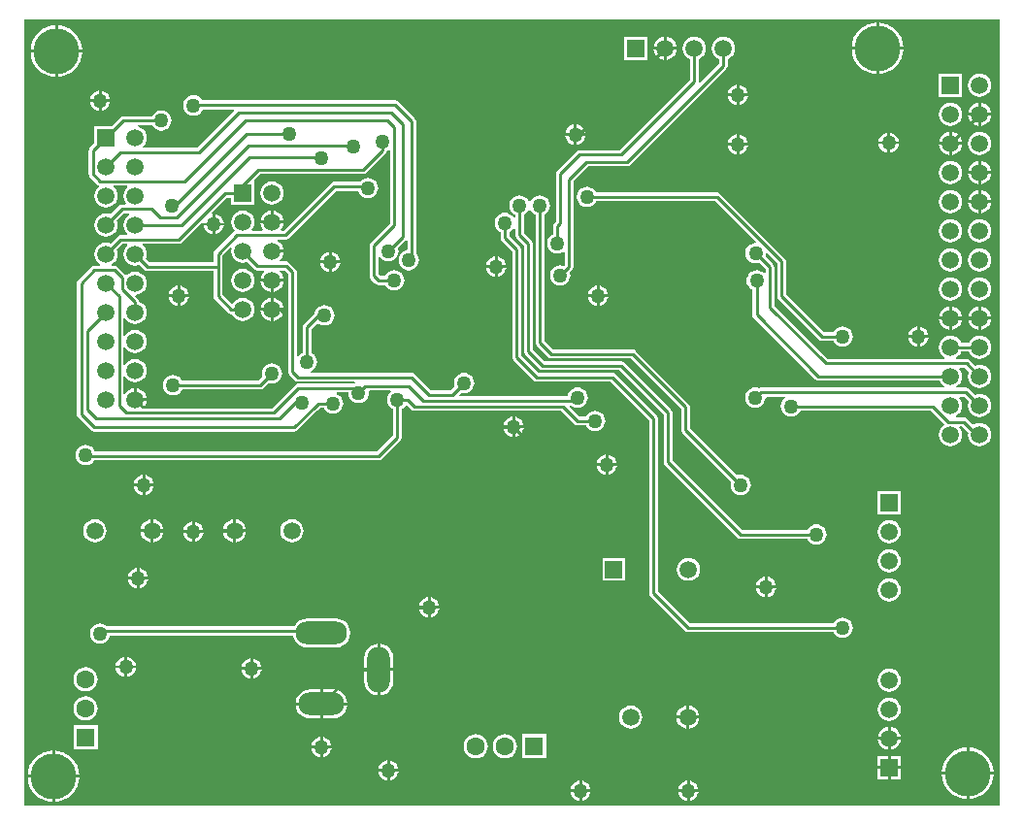
<source format=gbl>
%FSTAX53Y53*%
%MOMM*%
%SFA1B1*%

%IPPOS*%
%AMD1010*
%
%ADD10C,0.250000*%
%ADD11C,3.999992*%
%ADD12C,1.499997*%
%ADD13R,1.499997X1.499997*%
%ADD14R,1.499997X1.499997*%
%ADD15C,1.599997*%
%ADD16R,1.599997X1.599997*%
%ADD17C,1.499997*%
%ADD18O,1.999996X3.999992*%
%ADD19O,3.999992X1.999996*%
%ADD20O,4.499991X1.999996*%
%ADD21R,1.599997X1.599997*%
%ADD22C,1.269997*%
%LNmain_board_pcb-1*%
%LPD*%
G36*
X00143509Y00034289D02*
X00058419D01*
Y00102869*
X00143509*
Y00034289*
G37*
%LNmain_board_pcb-2*%
%LPC*%
G36*
X00064559Y00059249D02*
X00064299Y00059219D01*
X00064059Y00059109*
X00063849Y00058949*
X00063679Y00058739*
X00063579Y00058499*
X00063549Y00058239*
X00063579Y00057979*
X00063679Y00057729*
X00063849Y00057519*
X00064059Y00057359*
X00064299Y00057259*
X00064559Y00057229*
X00064819Y00057259*
X00065069Y00057359*
X00065279Y00057519*
X00065439Y00057729*
X00065539Y00057979*
X00065569Y00058239*
X00065539Y00058499*
X00065439Y00058739*
X00065279Y00058949*
X00065069Y00059109*
X00064819Y00059219*
X00064559Y00059249*
G37*
G36*
X00081749D02*
X00081489Y00059219D01*
X00081249Y00059109*
X00081039Y00058949*
X00080879Y00058739*
X00080779Y00058499*
X00080739Y00058239*
X00080779Y00057979*
X00080879Y00057729*
X00081039Y00057519*
X00081249Y00057359*
X00081489Y00057259*
X00081749Y00057229*
X00082019Y00057259*
X00082259Y00057359*
X00082469Y00057519*
X00082629Y00057729*
X00082729Y00057979*
X00082769Y00058239*
X00082729Y00058499*
X00082629Y00058739*
X00082469Y00058949*
X00082259Y00059109*
X00082019Y00059219*
X00081749Y00059249*
G37*
G36*
X00069439Y00058109D02*
X00068569D01*
X00068579Y00057979*
X00068689Y00057729*
X00068849Y00057519*
X00069059Y00057359*
X00069299Y00057259*
X00069439Y00057239*
Y00058109*
G37*
G36*
X00068449Y00054979D02*
Y00054229D01*
X00069209*
X00069189Y00054329*
X00069099Y00054549*
X00068959Y00054739*
X00068769Y00054879*
X00068559Y00054969*
X00068449Y00054979*
G37*
G36*
X00133859Y00056639D02*
X00133599Y00056599D01*
X00133349Y00056499*
X00133139Y00056339*
X00132979Y00056129*
X00132879Y00055889*
X00132849Y00055629*
X00132879Y00055359*
X00132979Y00055119*
X00133139Y00054909*
X00133349Y00054749*
X00133599Y00054649*
X00133859Y00054609*
X00134119Y00054649*
X00134359Y00054749*
X00134569Y00054909*
X00134729Y00055119*
X00134839Y00055359*
X00134869Y00055629*
X00134839Y00055889*
X00134729Y00056129*
X00134569Y00056339*
X00134359Y00056499*
X00134119Y00056599*
X00133859Y00056639*
G37*
G36*
Y00059179D02*
X00133599Y00059139D01*
X00133349Y00059039*
X00133139Y00058879*
X00132979Y00058669*
X00132879Y00058429*
X00132849Y00058169*
X00132879Y00057899*
X00132979Y00057659*
X00133139Y00057449*
X00133349Y00057289*
X00133599Y00057189*
X00133859Y00057149*
X00134119Y00057189*
X00134359Y00057289*
X00134569Y00057449*
X00134729Y00057659*
X00134839Y00057899*
X00134869Y00058169*
X00134839Y00058429*
X00134729Y00058669*
X00134569Y00058879*
X00134359Y00059039*
X00134119Y00059139*
X00133859Y00059179*
G37*
G36*
X00073029Y00058039D02*
X00072269D01*
X00072289Y00057929*
X00072379Y00057719*
X00072519Y00057529*
X00072699Y00057389*
X00072919Y00057299*
X00073029Y00057289*
Y00058039*
G37*
G36*
X00074029D02*
X00073279D01*
Y00057289*
X00073379Y00057299*
X00073599Y00057389*
X00073789Y00057529*
X00073929Y00057719*
X00074019Y00057929*
X00074029Y00058039*
G37*
G36*
X00073029Y00059049D02*
X00072919Y00059029D01*
X00072699Y00058939*
X00072519Y00058799*
X00072379Y00058609*
X00072289Y00058399*
X00072269Y00058289*
X00073029*
Y00059049*
G37*
G36*
X00070559Y00058109D02*
X00069689D01*
Y00057239*
X00069819Y00057259*
X00070069Y00057359*
X00070279Y00057519*
X00070439Y00057729*
X00070539Y00057979*
X00070559Y00058109*
G37*
G36*
X00076629D02*
X00075759D01*
X00075779Y00057979*
X00075879Y00057729*
X00076039Y00057519*
X00076249Y00057359*
X00076489Y00057259*
X00076629Y00057239*
Y00058109*
G37*
G36*
X00077749D02*
X00076879D01*
Y00057239*
X00077019Y00057259*
X00077259Y00057359*
X00077469Y00057519*
X00077629Y00057729*
X00077729Y00057979*
X00077749Y00058109*
G37*
G36*
X00068199Y00054979D02*
X00068089Y00054969D01*
X00067879Y00054879*
X00067689Y00054739*
X00067549Y00054549*
X00067459Y00054329*
X00067449Y00054229*
X00068199*
Y00054979*
G37*
G36*
X00133859Y00054099D02*
X00133599Y00054059D01*
X00133349Y00053959*
X00133139Y00053799*
X00132979Y00053589*
X00132879Y00053349*
X00132849Y00053089*
X00132879Y00052819*
X00132979Y00052579*
X00133139Y00052369*
X00133349Y00052209*
X00133599Y00052109*
X00133859Y00052069*
X00134119Y00052109*
X00134359Y00052209*
X00134569Y00052369*
X00134729Y00052579*
X00134839Y00052819*
X00134869Y00053089*
X00134839Y00053349*
X00134729Y00053589*
X00134569Y00053799*
X00134359Y00053959*
X00134119Y00054059*
X00133859Y00054099*
G37*
G36*
X00122979Y00053209D02*
X00122229D01*
X00122239Y00053109*
X00122329Y00052889*
X00122479Y00052709*
X00122659Y00052559*
X00122879Y00052469*
X00122979Y00052459*
Y00053209*
G37*
G36*
X00123989D02*
X00123239D01*
Y00052459*
X00123339Y00052469*
X00123559Y00052559*
X00123739Y00052709*
X00123889Y00052889*
X00123979Y00053109*
X00123989Y00053209*
G37*
G36*
X00094609Y00051439D02*
X00093849D01*
Y00050679*
X00093959Y00050699*
X00094169Y00050789*
X00094359Y00050929*
X00094499Y00051109*
X00094589Y00051329*
X00094609Y00051439*
G37*
G36*
X00093599Y00052439D02*
X00093489Y00052429D01*
X00093279Y00052339*
X00093089Y00052199*
X00092949Y00052009*
X00092859Y00051789*
X00092849Y00051689*
X00093599*
Y00052439*
G37*
G36*
X00093849D02*
Y00051689D01*
X00094609*
X00094589Y00051789*
X00094499Y00052009*
X00094359Y00052199*
X00094169Y00052339*
X00093959Y00052429*
X00093849Y00052439*
G37*
G36*
X00123239Y00054219D02*
Y00053469D01*
X00123989*
X00123979Y00053569*
X00123889Y00053789*
X00123739Y00053969*
X00123559Y00054119*
X00123339Y00054209*
X00123239Y00054219*
G37*
G36*
X00116339Y00055889D02*
X00116079Y00055859D01*
X00115829Y00055749*
X00115619Y00055589*
X00115459Y00055379*
X00115359Y00055139*
X00115329Y00054879*
X00115359Y00054619*
X00115459Y00054369*
X00115619Y00054159*
X00115829Y00053999*
X00116079Y00053899*
X00116339Y00053869*
X00116599Y00053899*
X00116839Y00053999*
X00117049Y00054159*
X00117209Y00054369*
X00117319Y00054619*
X00117349Y00054879*
X00117319Y00055139*
X00117209Y00055379*
X00117049Y00055589*
X00116839Y00055749*
X00116599Y00055859*
X00116339Y00055889*
G37*
G36*
X00110839Y00055879D02*
X00108829D01*
Y00053869*
X00110839*
Y00055879*
G37*
G36*
X00068199Y00053969D02*
X00067449D01*
X00067459Y00053869*
X00067549Y00053649*
X00067689Y00053469*
X00067879Y00053329*
X00068089Y00053239*
X00068199Y00053219*
Y00053969*
G37*
G36*
X00069209D02*
X00068449D01*
Y00053219*
X00068559Y00053239*
X00068769Y00053329*
X00068959Y00053469*
X00069099Y00053649*
X00069189Y00053869*
X00069209Y00053969*
G37*
G36*
X00122979Y00054219D02*
X00122879Y00054209D01*
X00122659Y00054119*
X00122479Y00053969*
X00122329Y00053789*
X00122239Y00053569*
X00122229Y00053469*
X00122979*
Y00054219*
G37*
G36*
X00101969Y00067179D02*
X00101219D01*
Y00066429*
X00101319Y00066439*
X00101539Y00066529*
X00101729Y00066679*
X00101869Y00066859*
X00101959Y00067079*
X00101969Y00067179*
G37*
G36*
X00100959Y00068189D02*
X00100859Y00068179D01*
X00100639Y00068089*
X00100459Y00067939*
X00100319Y00067759*
X00100229Y00067539*
X00100209Y00067439*
X00100959*
Y00068189*
G37*
G36*
X00101219D02*
Y00067439D01*
X00101969*
X00101959Y00067539*
X00101869Y00067759*
X00101729Y00067939*
X00101539Y00068089*
X00101319Y00068179*
X00101219Y00068189*
G37*
G36*
X00109089Y00064889D02*
X00108989Y00064869D01*
X00108769Y00064779*
X00108589Y00064639*
X00108439Y00064459*
X00108349Y00064239*
X00108339Y00064139*
X00109089*
Y00064889*
G37*
G36*
X00109349D02*
Y00064139D01*
X00110099*
X00110089Y00064239*
X00109999Y00064459*
X00109849Y00064639*
X00109669Y00064779*
X00109449Y00064869*
X00109349Y00064889*
G37*
G36*
X00100959Y00067179D02*
X00100209D01*
X00100229Y00067079*
X00100319Y00066859*
X00100459Y00066679*
X00100639Y00066529*
X00100859Y00066439*
X00100959Y00066429*
Y00067179*
G37*
G36*
X00136269Y00075059D02*
X00135519D01*
X00135529Y00074949*
X00135619Y00074739*
X00135759Y00074549*
X00135949Y00074409*
X00136169Y00074319*
X00136269Y00074299*
Y00075059*
G37*
G36*
X00137279D02*
X00136519D01*
Y00074299*
X00136629Y00074319*
X00136849Y00074409*
X00137029Y00074549*
X00137169Y00074739*
X00137259Y00074949*
X00137279Y00075059*
G37*
G36*
X00136269Y00076059D02*
X00136169Y00076049D01*
X00135949Y00075959*
X00135759Y00075819*
X00135619Y00075629*
X00135529Y00075419*
X00135519Y00075309*
X00136269*
Y00076059*
G37*
G36*
X00116459Y00036439D02*
Y00035689D01*
X00117209*
X00117199Y00035789*
X00117109Y00036009*
X00116969Y00036189*
X00116779Y00036339*
X00116559Y00036429*
X00116459Y00036439*
G37*
G36*
X00116209D02*
X00116099Y00036429D01*
X00115879Y00036339*
X00115699Y00036189*
X00115559Y00036009*
X00115469Y00035789*
X00115449Y00035689*
X00116209*
Y00036439*
G37*
G36*
X00107489Y00088269D02*
X00107259Y00088239D01*
X00107039Y00088149*
X00106859Y00088009*
X00106719Y00087819*
X00106629Y00087609*
X00106599Y00087379*
X00106629Y00087139*
X00106719Y00086929*
X00106859Y00086739*
X00107039Y00086599*
X00107259Y00086509*
X00107489Y00086479*
X00107719Y00086509*
X00107939Y00086599*
X00108129Y00086739*
X00108269Y00086929*
X00108289Y00086989*
X00118709*
X00122229Y00083469*
X00122189Y00083349*
X00121979Y00083329*
X00121769Y00083239*
X00121579Y00083089*
X00121439Y00082909*
X00121349Y00082689*
X00121319Y00082459*
X00121349Y00082229*
X00121439Y00082009*
X00121579Y00081819*
X00121769Y00081679*
X00121979Y00081589*
X00122219Y00081559*
X00122449Y00081589*
X00122509Y00081619*
X00123059Y00081069*
Y00080749*
X00122939Y00080719*
X00122759Y00080859*
X00122539Y00080949*
X00122309Y00080979*
X00122069Y00080949*
X00121859Y00080859*
X00121669Y00080719*
X00121529Y00080529*
X00121439Y00080309*
X00121409Y00080079*
X00121439Y00079849*
X00121529Y00079629*
X00121669Y00079449*
X00121859Y00079309*
X00121919Y00079279*
Y00077079*
X00121949Y00076929*
X00122029Y00076809*
X00127419Y00071429*
X00127539Y00071339*
X00127689Y00071309*
X00138269*
X00138319Y00071189*
X00138479Y00070979*
X00138669Y00070839*
X00138629Y00070719*
X00122649*
X00122499Y00070689*
X00122489Y00070679*
X00122409Y00070719*
X00122169Y00070749*
X00121939Y00070719*
X00121729Y00070629*
X00121539Y00070479*
X00121399Y00070299*
X00121309Y00070079*
X00121279Y00069849*
X00121309Y00069619*
X00121399Y00069399*
X00121539Y00069219*
X00121729Y00069069*
X00121939Y00068979*
X00122169Y00068949*
X00122409Y00068979*
X00122619Y00069069*
X00122809Y00069219*
X00122949Y00069399*
X00123039Y00069619*
X00123069Y00069849*
X00123149Y00069939*
X00124749*
X00124789Y00069819*
X00124659Y00069719*
X00124519Y00069539*
X00124429Y00069319*
X00124399Y00069089*
X00124429Y00068859*
X00124519Y00068639*
X00124659Y00068449*
X00124849Y00068309*
X00125059Y00068219*
X00125289Y00068189*
X00125529Y00068219*
X00125739Y00068309*
X00125929Y00068449*
X00126069Y00068639*
X00126099Y00068699*
X00137509*
X00138639Y00067569*
X00138629Y00067449*
X00138479Y00067339*
X00138319Y00067129*
X00138219Y00066879*
X00138189Y00066619*
X00138219Y00066359*
X00138319Y00066109*
X00138479Y00065899*
X00138689Y00065739*
X00138939Y00065639*
X00139199Y00065609*
X00139459Y00065639*
X00139699Y00065739*
X00139909Y00065899*
X00140069Y00066109*
X00140179Y00066359*
X00140209Y00066619*
X00140179Y00066879*
X00140069Y00067129*
X00139979Y00067249*
X00140039Y00067359*
X00140169*
X00140749Y00066779*
X00140729Y00066619*
X00140759Y00066359*
X00140859Y00066109*
X00141019Y00065899*
X00141229Y00065739*
X00141479Y00065639*
X00141739Y00065609*
X00141999Y00065639*
X00142239Y00065739*
X00142449Y00065899*
X00142609Y00066109*
X00142719Y00066359*
X00142749Y00066619*
X00142719Y00066879*
X00142609Y00067129*
X00142449Y00067339*
X00142239Y00067499*
X00141999Y00067599*
X00141739Y00067629*
X00141479Y00067599*
X00141229Y00067499*
X00141179Y00067449*
X00140599Y00068029*
X00140479Y00068109*
X00140329Y00068139*
X00139679*
X00139659Y00068259*
X00139699Y00068279*
X00139909Y00068439*
X00140069Y00068649*
X00140179Y00068899*
X00140209Y00069159*
X00140179Y00069419*
X00140069Y00069669*
X00139949Y00069829*
X00140009Y00069939*
X00140409*
X00140809Y00069539*
X00140759Y00069419*
X00140729Y00069159*
X00140759Y00068899*
X00140859Y00068649*
X00141019Y00068439*
X00141229Y00068279*
X00141479Y00068179*
X00141739Y00068149*
X00141999Y00068179*
X00142239Y00068279*
X00142449Y00068439*
X00142609Y00068649*
X00142719Y00068899*
X00142749Y00069159*
X00142719Y00069419*
X00142609Y00069669*
X00142449Y00069879*
X00142239Y00070039*
X00141999Y00070139*
X00141739Y00070169*
X00141479Y00070139*
X00141359Y00070089*
X00140839Y00070599*
X00140719Y00070689*
X00140569Y00070719*
X00139759*
X00139719Y00070839*
X00139909Y00070979*
X00140069Y00071189*
X00140179Y00071439*
X00140209Y00071699*
X00140179Y00071959*
X00140069Y00072209*
X00139969Y00072339*
X00140029Y00072449*
X00140429*
X00140809Y00072079*
X00140759Y00071959*
X00140729Y00071699*
X00140759Y00071439*
X00140859Y00071189*
X00141019Y00070979*
X00141229Y00070819*
X00141479Y00070719*
X00141739Y00070689*
X00141999Y00070719*
X00142239Y00070819*
X00142449Y00070979*
X00142609Y00071189*
X00142719Y00071439*
X00142749Y00071699*
X00142719Y00071959*
X00142609Y00072209*
X00142449Y00072419*
X00142239Y00072579*
X00141999Y00072679*
X00141739Y00072709*
X00141479Y00072679*
X00141359Y00072629*
X00140869Y00073119*
X00140739Y00073199*
X00140589Y00073229*
X00139709*
X00139689Y00073359*
X00139699*
X00139909Y00073519*
X00140069Y00073729*
X00140119Y00073849*
X00140809*
X00140859Y00073729*
X00141019Y00073519*
X00141229Y00073359*
X00141479Y00073259*
X00141739Y00073229*
X00141999Y00073259*
X00142239Y00073359*
X00142449Y00073519*
X00142609Y00073729*
X00142719Y00073979*
X00142749Y00074239*
X00142719Y00074499*
X00142609Y00074749*
X00142449Y00074959*
X00142239Y00075119*
X00141999Y00075219*
X00141739Y00075249*
X00141479Y00075219*
X00141229Y00075119*
X00141019Y00074959*
X00140859Y00074749*
X00140809Y00074629*
X00140119*
X00140069Y00074749*
X00139909Y00074959*
X00139699Y00075119*
X00139459Y00075219*
X00139199Y00075249*
X00138939Y00075219*
X00138689Y00075119*
X00138479Y00074959*
X00138319Y00074749*
X00138219Y00074499*
X00138189Y00074239*
X00138219Y00073979*
X00138319Y00073729*
X00138479Y00073519*
X00138689Y00073359*
X00138709*
X00138679Y00073229*
X00128489*
X00123829Y00077879*
Y00081229*
X00123799Y00081379*
X00123719Y00081509*
X00123059Y00082169*
X00123079Y00082229*
X00123109Y00082429*
X00123229Y00082469*
X00124069Y00081629*
Y00078739*
X00124099Y00078589*
X00124189Y00078469*
X00127739Y00074909*
X00127869Y00074829*
X00128019Y00074799*
X00128989*
X00129019Y00074739*
X00129159Y00074549*
X00129349Y00074409*
X00129559Y00074319*
X00129789Y00074289*
X00130029Y00074319*
X00130239Y00074409*
X00130429Y00074549*
X00130569Y00074739*
X00130659Y00074949*
X00130689Y00075179*
X00130659Y00075419*
X00130569Y00075629*
X00130429Y00075819*
X00130239Y00075959*
X00130029Y00076049*
X00129789Y00076079*
X00129559Y00076049*
X00129349Y00075959*
X00129159Y00075819*
X00129019Y00075629*
X00128989Y00075569*
X00128179*
X00124849Y00078899*
Y00081789*
X00124819Y00081939*
X00124729Y00082059*
X00119149Y00087649*
X00119019Y00087729*
X00118869Y00087759*
X00108289*
X00108269Y00087819*
X00108129Y00088009*
X00107939Y00088149*
X00107719Y00088239*
X00107489Y00088269*
G37*
G36*
X00110099Y00063879D02*
X00109349D01*
Y00063129*
X00109449Y00063139*
X00109669Y00063229*
X00109849Y00063369*
X00109999Y00063559*
X00110089Y00063779*
X00110099Y00063879*
G37*
G36*
X00069689Y00059229D02*
Y00058359D01*
X00070559*
X00070539Y00058499*
X00070439Y00058739*
X00070279Y00058949*
X00070069Y00059109*
X00069819Y00059219*
X00069689Y00059229*
G37*
G36*
X00076629D02*
X00076489Y00059219D01*
X00076249Y00059109*
X00076039Y00058949*
X00075879Y00058739*
X00075779Y00058499*
X00075759Y00058359*
X00076629*
Y00059229*
G37*
G36*
X00076879D02*
Y00058359D01*
X00077749*
X00077729Y00058499*
X00077629Y00058739*
X00077469Y00058949*
X00077259Y00059109*
X00077019Y00059219*
X00076879Y00059229*
G37*
G36*
X00136519Y00076059D02*
Y00075309D01*
X00137279*
X00137259Y00075419*
X00137169Y00075629*
X00137029Y00075819*
X00136849Y00075959*
X00136629Y00076049*
X00136519Y00076059*
G37*
G36*
X00073279Y00059049D02*
Y00058289D01*
X00074029*
X00074019Y00058399*
X00073929Y00058609*
X00073789Y00058799*
X00073599Y00058939*
X00073379Y00059029*
X00073279Y00059049*
G37*
G36*
X00069439Y00059229D02*
X00069299Y00059219D01*
X00069059Y00059109*
X00068849Y00058949*
X00068689Y00058739*
X00068579Y00058499*
X00068569Y00058359*
X00069439*
Y00059229*
G37*
G36*
X00068709Y00063109D02*
X00068599Y00063099D01*
X00068389Y00063009*
X00068199Y00062859*
X00068059Y00062679*
X00067969Y00062459*
X00067949Y00062359*
X00068709*
Y00063109*
G37*
G36*
X00068959D02*
Y00062359D01*
X00069709*
X00069699Y00062459*
X00069609Y00062679*
X00069469Y00062859*
X00069279Y00063009*
X00069069Y00063099*
X00068959Y00063109*
G37*
G36*
X00109089Y00063879D02*
X00108339D01*
X00108349Y00063779*
X00108439Y00063559*
X00108589Y00063369*
X00108769Y00063229*
X00108989Y00063139*
X00109089Y00063129*
Y00063879*
G37*
G36*
X00134859Y00061709D02*
X00132849D01*
Y00059699*
X00134859*
Y00061709*
G37*
G36*
X00068709Y00062099D02*
X00067949D01*
X00067969Y00061999*
X00068059Y00061779*
X00068199Y00061599*
X00068389Y00061449*
X00068599Y00061359*
X00068709Y00061349*
Y00062099*
G37*
G36*
X00069709D02*
X00068959D01*
Y00061349*
X00069069Y00061359*
X00069279Y00061449*
X00069469Y00061599*
X00069609Y00061779*
X00069699Y00061999*
X00069709Y00062099*
G37*
G36*
X00085209Y00039239D02*
X00084459D01*
Y00038489*
X00084559Y00038499*
X00084779Y00038589*
X00084959Y00038739*
X00085099Y00038919*
X00085189Y00039139*
X00085209Y00039239*
G37*
G36*
X00133729Y00040009D02*
X00132859D01*
X00132879Y00039869*
X00132979Y00039629*
X00133139Y00039419*
X00133349Y00039259*
X00133599Y00039149*
X00133729Y00039139*
Y00040009*
G37*
G36*
X00134849D02*
X00133989D01*
Y00039139*
X00134119Y00039149*
X00134359Y00039259*
X00134569Y00039419*
X00134729Y00039629*
X00134839Y00039869*
X00134849Y00040009*
G37*
G36*
X00100339Y00040509D02*
X00100059Y00040469D01*
X00099799Y00040359*
X00099579Y00040189*
X00099419Y00039969*
X00099309Y00039719*
X00099269Y00039439*
X00099309Y00039169*
X00099419Y00038909*
X00099579Y00038689*
X00099799Y00038519*
X00100059Y00038419*
X00100339Y00038379*
X00100609Y00038419*
X00100869Y00038519*
X00101089Y00038689*
X00101259Y00038909*
X00101359Y00039169*
X00101399Y00039439*
X00101359Y00039719*
X00101259Y00039969*
X00101089Y00040189*
X00100869Y00040359*
X00100609Y00040469*
X00100339Y00040509*
G37*
G36*
X00103929Y00040499D02*
X00101819D01*
Y00038389*
X00103929*
Y00040499*
G37*
G36*
X00084199Y00039239D02*
X00083449D01*
X00083459Y00039139*
X00083549Y00038919*
X00083689Y00038739*
X00083879Y00038589*
X00084099Y00038499*
X00084199Y00038489*
Y00039239*
G37*
G36*
X00133729Y00041129D02*
X00133599Y00041109D01*
X00133349Y00041009*
X00133139Y00040849*
X00132979Y00040639*
X00132879Y00040389*
X00132859Y00040259*
X00133729*
Y00041129*
G37*
G36*
X00133989D02*
Y00040259D01*
X00134849*
X00134839Y00040389*
X00134729Y00040639*
X00134569Y00040849*
X00134359Y00041009*
X00134119Y00041109*
X00133989Y00041129*
G37*
G36*
X00111299Y00042989D02*
X00111039Y00042959D01*
X00110789Y00042859*
X00110579Y00042699*
X00110419Y00042489*
X00110319Y00042239*
X00110289Y00041979*
X00110319Y00041719*
X00110419Y00041479*
X00110579Y00041269*
X00110789Y00041099*
X00111039Y00040999*
X00111299Y00040969*
X00111559Y00040999*
X00111799Y00041099*
X00112009Y00041269*
X00112169Y00041479*
X00112279Y00041719*
X00112309Y00041979*
X00112279Y00042239*
X00112169Y00042489*
X00112009Y00042699*
X00111799Y00042859*
X00111559Y00042959*
X00111299Y00042989*
G37*
G36*
X00064809Y00041259D02*
X00062709D01*
Y00039149*
X00064809*
Y00041259*
G37*
G36*
X00084199Y00040249D02*
X00084099Y00040239D01*
X00083879Y00040149*
X00083689Y00039999*
X00083549Y00039819*
X00083459Y00039599*
X00083449Y00039499*
X00084199*
Y00040249*
G37*
G36*
X00084459D02*
Y00039499D01*
X00085209*
X00085189Y00039599*
X00085099Y00039819*
X00084959Y00039999*
X00084779Y00040149*
X00084559Y00040239*
X00084459Y00040249*
G37*
G36*
X00097799Y00040509D02*
X00097519Y00040469D01*
X00097259Y00040359*
X00097039Y00040189*
X00096879Y00039969*
X00096769Y00039719*
X00096729Y00039439*
X00096769Y00039169*
X00096879Y00038909*
X00097039Y00038689*
X00097259Y00038519*
X00097519Y00038419*
X00097799Y00038379*
X00098069Y00038419*
X00098329Y00038519*
X00098549Y00038689*
X00098719Y00038909*
X00098819Y00039169*
X00098859Y00039439*
X00098819Y00039719*
X00098719Y00039969*
X00098549Y00040189*
X00098329Y00040359*
X00098069Y00040469*
X00097799Y00040509*
G37*
G36*
X00134859Y00037469D02*
X00133989D01*
Y00036589*
X00134859*
Y00037469*
G37*
G36*
X00060829Y00039079D02*
X00060519Y00039049D01*
X00060089Y00038919*
X00059699Y00038709*
X00059359Y00038429*
X00059079Y00038089*
X00058869Y00037699*
X00058739Y00037269*
X00058709Y00036959*
X00060829*
Y00039079*
G37*
G36*
X00061089D02*
Y00036959D01*
X00063209*
X00063179Y00037269*
X00063049Y00037699*
X00062839Y00038089*
X00062559Y00038429*
X00062219Y00038709*
X00061829Y00038919*
X00061399Y00039049*
X00061089Y00039079*
G37*
G36*
X00090039Y00037209D02*
X00089289D01*
X00089299Y00037109*
X00089389Y00036889*
X00089539Y00036699*
X00089719Y00036559*
X00089939Y00036469*
X00090039Y00036459*
Y00037209*
G37*
G36*
X00091049D02*
X00090299D01*
Y00036459*
X00090399Y00036469*
X00090619Y00036559*
X00090799Y00036699*
X00090949Y00036889*
X00091039Y00037109*
X00091049Y00037209*
G37*
G36*
X00133729Y00037469D02*
X00132849D01*
Y00036589*
X00133729*
Y00037469*
G37*
G36*
X00090299Y00038219D02*
Y00037469D01*
X00091049*
X00091039Y00037569*
X00090949Y00037789*
X00090799Y00037969*
X00090619Y00038109*
X00090399Y00038199*
X00090299Y00038219*
G37*
G36*
X00133729Y00038599D02*
X00132849D01*
Y00037719*
X00133729*
Y00038599*
G37*
G36*
X00134859D02*
X00133989D01*
Y00037719*
X00134859*
Y00038599*
G37*
G36*
X00140589Y00039339D02*
X00140269Y00039309D01*
X00139849Y00039179*
X00139459Y00038969*
X00139109Y00038689*
X00138829Y00038339*
X00138619Y00037949*
X00138489Y00037529*
X00138459Y00037209*
X00140589*
Y00039339*
G37*
G36*
X00140839D02*
Y00037209D01*
X00142969*
X00142939Y00037529*
X00142809Y00037949*
X00142599Y00038339*
X00142319Y00038689*
X00141969Y00038969*
X00141579Y00039179*
X00141159Y00039309*
X00140839Y00039339*
G37*
G36*
X00090039Y00038219D02*
X00089939Y00038199D01*
X00089719Y00038109*
X00089539Y00037969*
X00089389Y00037789*
X00089299Y00037569*
X00089289Y00037469*
X00090039*
Y00038219*
G37*
G36*
X00116169Y00041849D02*
X00115299D01*
X00115319Y00041719*
X00115419Y00041479*
X00115579Y00041269*
X00115789Y00041099*
X00116039Y00040999*
X00116169Y00040989*
Y00041849*
G37*
G36*
X00068139Y00046249D02*
X00067389D01*
Y00045499*
X00067499Y00045509*
X00067709Y00045599*
X00067899Y00045739*
X00068039Y00045929*
X00068129Y00046139*
X00068139Y00046249*
G37*
G36*
X00089209Y00048379D02*
X00089009Y00048349D01*
X00088699Y00048229*
X00088439Y00048029*
X00088239Y00047759*
X00088109Y00047459*
X00088069Y00047129*
Y00046259*
X00089209*
Y00048379*
G37*
G36*
X00089459D02*
Y00046259D01*
X00090599*
Y00047129*
X00090559Y00047459*
X00090429Y00047759*
X00090229Y00048029*
X00089969Y00048229*
X00089659Y00048349*
X00089459Y00048379*
G37*
G36*
X00078109Y00046099D02*
X00077349D01*
X00077369Y00045999*
X00077459Y00045779*
X00077599Y00045589*
X00077779Y00045449*
X00077999Y00045359*
X00078109Y00045349*
Y00046099*
G37*
G36*
X00079109D02*
X00078359D01*
Y00045349*
X00078459Y00045359*
X00078679Y00045449*
X00078869Y00045589*
X00079009Y00045779*
X00079099Y00045999*
X00079109Y00046099*
G37*
G36*
X00067139Y00046249D02*
X00066379D01*
X00066399Y00046139*
X00066489Y00045929*
X00066629Y00045739*
X00066819Y00045599*
X00067029Y00045509*
X00067139Y00045499*
Y00046249*
G37*
G36*
X00067389Y00047259D02*
Y00046499D01*
X00068139*
X00068129Y00046609*
X00068039Y00046829*
X00067899Y00047009*
X00067709Y00047149*
X00067499Y00047239*
X00067389Y00047259*
G37*
G36*
X00085579Y00050599D02*
X00083079D01*
X00082759Y00050549*
X00082449Y00050429*
X00082189Y00050229*
X00081989Y00049959*
X00081959Y00049889*
X00065679*
X00065659Y00049909*
X00065469Y00050049*
X00065259Y00050139*
X00065019Y00050169*
X00064789Y00050139*
X00064579Y00050049*
X00064389Y00049909*
X00064249Y00049719*
X00064159Y00049509*
X00064129Y00049279*
X00064159Y00049039*
X00064249Y00048829*
X00064389Y00048639*
X00064579Y00048499*
X00064789Y00048409*
X00065019Y00048379*
X00065259Y00048409*
X00065469Y00048499*
X00065659Y00048639*
X00065799Y00048829*
X00065889Y00049039*
X00065899Y00049109*
X00081849*
X00081859Y00048999*
X00081989Y00048699*
X00082189Y00048439*
X00082449Y00048239*
X00082759Y00048109*
X00083079Y00048069*
X00085579*
X00085909Y00048109*
X00086219Y00048239*
X00086479Y00048439*
X00086679Y00048699*
X00086809Y00048999*
X00086849Y00049329*
X00086809Y00049659*
X00086679Y00049959*
X00086479Y00050229*
X00086219Y00050429*
X00085909Y00050549*
X00085579Y00050599*
G37*
G36*
X00093599Y00051439D02*
X00092849D01*
X00092859Y00051329*
X00092949Y00051109*
X00093089Y00050929*
X00093279Y00050789*
X00093489Y00050699*
X00093599Y00050679*
Y00051439*
G37*
G36*
X00078109Y00047109D02*
X00077999Y00047089D01*
X00077779Y00046999*
X00077599Y00046859*
X00077459Y00046679*
X00077369Y00046459*
X00077349Y00046349*
X00078109*
Y00047109*
G37*
G36*
X00078359D02*
Y00046349D01*
X00079109*
X00079099Y00046459*
X00079009Y00046679*
X00078869Y00046859*
X00078679Y00046999*
X00078459Y00047089*
X00078359Y00047109*
G37*
G36*
X00067139Y00047259D02*
X00067029Y00047239D01*
X00066819Y00047149*
X00066629Y00047009*
X00066489Y00046829*
X00066399Y00046609*
X00066379Y00046499*
X00067139*
Y00047259*
G37*
G36*
X00063759Y00046349D02*
X00063479Y00046309D01*
X00063229Y00046199*
X00063009Y00046039*
X00062839Y00045819*
X00062729Y00045559*
X00062699Y00045279*
X00062729Y00045009*
X00062839Y00044749*
X00063009Y00044529*
X00063229Y00044359*
X00063479Y00044259*
X00063759Y00044219*
X00064039Y00044259*
X00064289Y00044359*
X00064509Y00044529*
X00064679Y00044749*
X00064789Y00045009*
X00064819Y00045279*
X00064789Y00045559*
X00064679Y00045819*
X00064509Y00046039*
X00064289Y00046199*
X00064039Y00046309*
X00063759Y00046349*
G37*
G36*
X00084209Y00042999D02*
X00082089D01*
X00082109Y00042799*
X00082239Y00042499*
X00082439Y00042239*
X00082699Y00042039*
X00083009Y00041909*
X00083329Y00041869*
X00084209*
Y00042999*
G37*
G36*
X00086579D02*
X00084459D01*
Y00041869*
X00085329*
X00085659Y00041909*
X00085969Y00042039*
X00086229Y00042239*
X00086429Y00042499*
X00086559Y00042799*
X00086579Y00042999*
G37*
G36*
X00116169Y00042979D02*
X00116039Y00042959D01*
X00115789Y00042859*
X00115579Y00042699*
X00115419Y00042489*
X00115319Y00042239*
X00115299Y00042109*
X00116169*
Y00042979*
G37*
G36*
X00117289Y00041849D02*
X00116429D01*
Y00040989*
X00116559Y00040999*
X00116799Y00041099*
X00117009Y00041269*
X00117179Y00041479*
X00117279Y00041719*
X00117289Y00041849*
G37*
G36*
X00133859Y00043679D02*
X00133599Y00043649D01*
X00133349Y00043549*
X00133139Y00043389*
X00132979Y00043179*
X00132879Y00042929*
X00132849Y00042669*
X00132879Y00042409*
X00132979Y00042169*
X00133139Y00041959*
X00133349Y00041799*
X00133599Y00041689*
X00133859Y00041659*
X00134119Y00041689*
X00134359Y00041799*
X00134569Y00041959*
X00134729Y00042169*
X00134839Y00042409*
X00134869Y00042669*
X00134839Y00042929*
X00134729Y00043179*
X00134569Y00043389*
X00134359Y00043549*
X00134119Y00043649*
X00133859Y00043679*
G37*
G36*
X00063759Y00043809D02*
X00063479Y00043769D01*
X00063229Y00043659*
X00063009Y00043499*
X00062839Y00043279*
X00062729Y00043019*
X00062699Y00042739*
X00062729Y00042469*
X00062839Y00042209*
X00063009Y00041989*
X00063229Y00041819*
X00063479Y00041719*
X00063759Y00041679*
X00064039Y00041719*
X00064289Y00041819*
X00064509Y00041989*
X00064679Y00042209*
X00064789Y00042469*
X00064819Y00042739*
X00064789Y00043019*
X00064679Y00043279*
X00064509Y00043499*
X00064289Y00043659*
X00064039Y00043769*
X00063759Y00043809*
G37*
G36*
X00089209Y00045999D02*
X00088069D01*
Y00045129*
X00088109Y00044799*
X00088239Y00044499*
X00088439Y00044239*
X00088699Y00044039*
X00089009Y00043909*
X00089209Y00043879*
Y00045999*
G37*
G36*
X00090599D02*
X00089459D01*
Y00043879*
X00089659Y00043909*
X00089969Y00044039*
X00090229Y00044239*
X00090429Y00044499*
X00090559Y00044799*
X00090599Y00045129*
Y00045999*
G37*
G36*
X00133859Y00046219D02*
X00133599Y00046189D01*
X00133349Y00046089*
X00133139Y00045929*
X00132979Y00045719*
X00132879Y00045469*
X00132849Y00045209*
X00132879Y00044949*
X00132979Y00044709*
X00133139Y00044499*
X00133349Y00044339*
X00133599Y00044229*
X00133859Y00044199*
X00134119Y00044229*
X00134359Y00044339*
X00134569Y00044499*
X00134729Y00044709*
X00134839Y00044949*
X00134869Y00045209*
X00134839Y00045469*
X00134729Y00045719*
X00134569Y00045929*
X00134359Y00046089*
X00134119Y00046189*
X00133859Y00046219*
G37*
G36*
X00116429Y00042979D02*
Y00042109D01*
X00117289*
X00117279Y00042239*
X00117179Y00042489*
X00117009Y00042699*
X00116799Y00042859*
X00116559Y00042959*
X00116429Y00042979*
G37*
G36*
X00084209Y00044399D02*
X00083329D01*
X00083009Y00044349*
X00082699Y00044229*
X00082439Y00044029*
X00082239Y00043759*
X00082109Y00043459*
X00082089Y00043259*
X00084209*
Y00044399*
G37*
G36*
X00085329D02*
X00084459D01*
Y00043259*
X00086579*
X00086559Y00043459*
X00086429Y00043759*
X00086229Y00044029*
X00085969Y00044229*
X00085659Y00044349*
X00085329Y00044399*
G37*
G36*
X00133679Y00092979D02*
X00133579Y00092959D01*
X00133359Y00092869*
X00133179Y00092729*
X00133039Y00092549*
X00132949Y00092329*
X00132929Y00092219*
X00133679*
Y00092979*
G37*
G36*
X00133939D02*
Y00092219D01*
X00134689*
X00134679Y00092329*
X00134589Y00092549*
X00134449Y00092729*
X00134259Y00092869*
X00134039Y00092959*
X00133939Y00092979*
G37*
G36*
X00106359Y00093689D02*
X00106249Y00093669D01*
X00106029Y00093579*
X00105849Y00093439*
X00105709Y00093259*
X00105619Y00093039*
X00105599Y00092929*
X00106359*
Y00093689*
G37*
G36*
X00120779Y00092829D02*
Y00092069D01*
X00121529*
X00121519Y00092179*
X00121429Y00092399*
X00121279Y00092579*
X00121099Y00092719*
X00120879Y00092809*
X00120779Y00092829*
G37*
G36*
X00139069Y00093019D02*
X00138939Y00092999D01*
X00138689Y00092899*
X00138479Y00092739*
X00138319Y00092529*
X00138219Y00092279*
X00138199Y00092149*
X00139069*
Y00093019*
G37*
G36*
X00139319D02*
Y00092149D01*
X00140189*
X00140179Y00092279*
X00140069Y00092529*
X00139909Y00092739*
X00139699Y00092899*
X00139459Y00092999*
X00139319Y00093019*
G37*
G36*
X00141609Y00094429D02*
X00140739D01*
X00140759Y00094299*
X00140859Y00094049*
X00141019Y00093839*
X00141229Y00093679*
X00141479Y00093579*
X00141609Y00093559*
Y00094429*
G37*
G36*
X00142729D02*
X00141859D01*
Y00093559*
X00141999Y00093579*
X00142239Y00093679*
X00142449Y00093839*
X00142609Y00094049*
X00142719Y00094299*
X00142729Y00094429*
G37*
G36*
X00141609Y00095559D02*
X00141479Y00095539D01*
X00141229Y00095439*
X00141019Y00095279*
X00140859Y00095069*
X00140759Y00094819*
X00140739Y00094689*
X00141609*
Y00095559*
G37*
G36*
X00106609Y00093689D02*
Y00092929D01*
X00107359*
X00107349Y00093039*
X00107259Y00093259*
X00107119Y00093439*
X00106929Y00093579*
X00106709Y00093669*
X00106609Y00093689*
G37*
G36*
X00073159Y00096239D02*
X00072929Y00096209D01*
X00072709Y00096119*
X00072519Y00095979*
X00072379Y00095799*
X00072289Y00095579*
X00072259Y00095349*
X00072289Y00095119*
X00072379Y00094899*
X00072519Y00094709*
X00072709Y00094569*
X00072929Y00094479*
X00073159Y00094449*
X00073389Y00094479*
X00073609Y00094569*
X00073789Y00094709*
X00073929Y00094899*
X00073979Y00095009*
X00076699*
X00076749Y00094889*
X00073509Y00091649*
X00068779*
X00068739Y00091769*
X00068789Y00091809*
X00068949Y00092019*
X00069059Y00092269*
X00069089Y00092529*
X00069059Y00092789*
X00068949Y00093029*
X00068789Y00093239*
X00068579Y00093399*
X00068339Y00093509*
X00068299*
X00068309Y00093639*
X00069559*
X00069589Y00093579*
X00069729Y00093389*
X00069919Y00093249*
X00070129Y00093159*
X00070359Y00093129*
X00070599Y00093159*
X00070809Y00093249*
X00070999Y00093389*
X00071139Y00093579*
X00071229Y00093789*
X00071259Y00094029*
X00071229Y00094259*
X00071139Y00094469*
X00070999Y00094659*
X00070809Y00094799*
X00070599Y00094889*
X00070359Y00094919*
X00070129Y00094889*
X00069919Y00094799*
X00069729Y00094659*
X00069589Y00094469*
X00069559Y00094419*
X00067039*
X00066889Y00094389*
X00066759Y00094299*
X00065989Y00093529*
X00064529*
Y00092069*
X00064119Y00091659*
X00064039Y00091529*
X00064009Y00091379*
Y00089349*
X00064039Y00089199*
X00064119Y00089079*
X00064759Y00088439*
X00064879Y00088359*
X00064889*
X00064899Y00088309*
X00064879Y00088209*
X00064819Y00088159*
X00064659Y00087949*
X00064559Y00087709*
X00064529Y00087449*
X00064559Y00087189*
X00064659Y00086939*
X00064819Y00086729*
X00065029Y00086569*
X00065279Y00086469*
X00065539Y00086439*
X00065799Y00086469*
X00066039Y00086569*
X00066249Y00086729*
X00066409Y00086939*
X00066519Y00087189*
X00066549Y00087449*
X00066519Y00087709*
X00066409Y00087949*
X00066249Y00088159*
X00066199Y00088209*
X00066239Y00088329*
X00067379*
X00067419Y00088209*
X00067359Y00088159*
X00067199Y00087949*
X00067099Y00087709*
X00067069Y00087449*
X00067099Y00087189*
X00067199Y00086939*
X00067299Y00086809*
X00067249Y00086689*
X00066929*
X00066809Y00086669*
X00066789Y00086659*
X00066659Y00086579*
X00065919Y00085839*
X00065799Y00085889*
X00065539Y00085919*
X00065279Y00085889*
X00065029Y00085779*
X00064819Y00085619*
X00064659Y00085409*
X00064559Y00085169*
X00064529Y00084909*
X00064559Y00084649*
X00064659Y00084399*
X00064819Y00084189*
X00065029Y00084029*
X00065279Y00083929*
X00065539Y00083899*
X00065799Y00083929*
X00066039Y00084029*
X00066249Y00084189*
X00066409Y00084399*
X00066519Y00084649*
X00066549Y00084909*
X00066519Y00085169*
X00066469Y00085289*
X00067099Y00085919*
X00067559*
X00067589Y00085789*
X00067569Y00085779*
X00067359Y00085619*
X00067199Y00085409*
X00067099Y00085169*
X00067069Y00084909*
X00067099Y00084649*
X00067199Y00084399*
X00067359Y00084189*
X00067419Y00084149*
X00067379Y00084029*
X00066809*
X00066659Y00083999*
X00066529Y00083909*
X00065919Y00083299*
X00065799Y00083349*
X00065539Y00083379*
X00065279Y00083349*
X00065029Y00083239*
X00064819Y00083079*
X00064659Y00082869*
X00064559Y00082629*
X00064529Y00082369*
X00064559Y00082109*
X00064659Y00081859*
X00064819Y00081649*
X00065029Y00081489*
X00065049Y00081479*
X00065019Y00081359*
X00064519*
X00064369Y00081329*
X00064249Y00081249*
X00063099Y00080099*
X00063019Y00079979*
X00062989Y00079829*
Y00068419*
X00063019Y00068269*
X00063099Y00068149*
X00064249Y00067009*
X00064369Y00066919*
X00064519Y00066889*
X00081959*
X00082109Y00066919*
X00082239Y00067009*
X00083959Y00068729*
X00083969*
X00084089Y00068809*
X00084229Y00068949*
X00084539*
X00084569Y00068889*
X00084709Y00068709*
X00084899Y00068569*
X00085109Y00068479*
X00085339Y00068449*
X00085579Y00068479*
X00085789Y00068569*
X00085979Y00068709*
X00086119Y00068889*
X00086209Y00069109*
X00086239Y00069339*
X00086209Y00069569*
X00086119Y00069789*
X00085979Y00069979*
X00085789Y00070119*
X00085669Y00070169*
X00085689Y00070299*
X00086649*
X00086659Y00070279*
X00086689Y00070049*
X00086779Y00069829*
X00086929Y00069639*
X00087109Y00069499*
X00087329Y00069409*
X00087559Y00069379*
X00087789Y00069409*
X00088009Y00069499*
X00088189Y00069639*
X00088339Y00069829*
X00088429Y00070049*
X00088459Y00070279*
X00088439Y00070379*
X00088529Y00070479*
X00090339*
X00090379Y00070359*
X00090299Y00070299*
X00090159Y00070119*
X00090069Y00069899*
X00090039Y00069669*
X00090069Y00069439*
X00090159Y00069219*
X00090299Y00069029*
X00090489Y00068889*
X00090549Y00068869*
Y00066529*
X00089179Y00065149*
X00064589*
X00064539Y00065289*
X00064389Y00065479*
X00064209Y00065619*
X00063989Y00065709*
X00063759Y00065739*
X00063529Y00065709*
X00063309Y00065619*
X00063129Y00065479*
X00062979Y00065289*
X00062889Y00065069*
X00062859Y00064839*
X00062889Y00064609*
X00062979Y00064389*
X00063129Y00064209*
X00063309Y00064069*
X00063529Y00063979*
X00063759Y00063949*
X00063989Y00063979*
X00064209Y00064069*
X00064389Y00064209*
X00064519Y00064379*
X00089339*
X00089489Y00064409*
X00089609Y00064489*
X00091209Y00066089*
X00091299Y00066219*
X00091329Y00066369*
Y00068869*
X00091389Y00068889*
X00091569Y00069029*
X00091679Y00069179*
X00091809Y00069189*
X00092179Y00068809*
X00092309Y00068729*
X00092459Y00068699*
X00105249*
X00106409Y00067539*
X00106529Y00067459*
X00106679Y00067429*
X00107399*
X00107429Y00067369*
X00107569Y00067179*
X00107759Y00067039*
X00107969Y00066949*
X00108199Y00066919*
X00108439Y00066949*
X00108649Y00067039*
X00108839Y00067179*
X00108979Y00067369*
X00109069Y00067589*
X00109099Y00067819*
X00109069Y00068049*
X00108979Y00068269*
X00108839Y00068449*
X00108649Y00068589*
X00108439Y00068679*
X00108199Y00068709*
X00107969Y00068679*
X00107759Y00068589*
X00107569Y00068449*
X00107429Y00068269*
X00107399Y00068209*
X00106839*
X00105959Y00069089*
X00105979Y00069139*
X00106099Y00069169*
X00106229Y00069069*
X00106449Y00068979*
X00106679Y00068949*
X00106909Y00068979*
X00107129Y00069069*
X00107309Y00069219*
X00107459Y00069399*
X00107549Y00069619*
X00107579Y00069849*
X00107549Y00070079*
X00107459Y00070299*
X00107309Y00070479*
X00107129Y00070629*
X00106909Y00070719*
X00106679Y00070749*
X00106449Y00070719*
X00106229Y00070629*
X00106049Y00070479*
X00105899Y00070299*
X00105809Y00070079*
X00105799Y00069979*
X00096349*
X00096309Y00070099*
X00096479Y00070279*
X00096539Y00070249*
X00096769Y00070219*
X00097009Y00070249*
X00097219Y00070339*
X00097409Y00070489*
X00097549Y00070669*
X00097639Y00070889*
X00097669Y00071119*
X00097639Y00071349*
X00097549Y00071569*
X00097409Y00071749*
X00097219Y00071899*
X00097009Y00071989*
X00096769Y00072019*
X00096539Y00071989*
X00096329Y00071899*
X00096139Y00071749*
X00095999Y00071569*
X00095909Y00071349*
X00095879Y00071119*
X00095909Y00070889*
X00095929Y00070829*
X00095599Y00070489*
X00093889*
X00092479Y00071899*
X00092349Y00071989*
X00092199Y00072019*
X00083409*
X00083389Y00072139*
X00083509Y00072189*
X00083699Y00072339*
X00083839Y00072519*
X00083929Y00072739*
X00083959Y00072969*
X00083929Y00073199*
X00083839Y00073419*
X00083699Y00073599*
X00083509Y00073749*
X00083449Y00073769*
Y00075859*
X00083979Y00076379*
X00084139Y00076259*
X00084359Y00076169*
X00084589Y00076139*
X00084819Y00076169*
X00085039Y00076259*
X00085219Y00076399*
X00085359Y00076589*
X00085449Y00076799*
X00085479Y00077029*
X00085449Y00077269*
X00085359Y00077479*
X00085219Y00077669*
X00085039Y00077809*
X00084819Y00077899*
X00084589Y00077929*
X00084359Y00077899*
X00084139Y00077809*
X00083949Y00077669*
X00083809Y00077479*
X00083719Y00077269*
Y00077219*
X00082789Y00076289*
X00082709Y00076169*
X00082679Y00076019*
Y00073769*
X00082619Y00073749*
X00082429Y00073599*
X00082299Y00073439*
X00082179Y00073479*
Y00080839*
X00082149Y00080989*
X00082069Y00081119*
X00081559Y00081629*
X00081429Y00081709*
X00081289Y00081739*
X00080709*
X00080669Y00081859*
X00080729Y00081909*
X00080889Y00082119*
X00080989Y00082359*
X00081009Y00082489*
X00080019*
Y00082749*
X00081009*
X00080989Y00082879*
X00080889Y00083129*
X00080729Y00083339*
X00080519Y00083499*
X00080509Y00083509*
X00080529Y00083629*
X00081159*
X00081309Y00083659*
X00081429Y00083739*
X00085589Y00087899*
X00087529*
X00087619Y00087689*
X00087759Y00087499*
X00087939Y00087359*
X00088159Y00087269*
X00088389Y00087239*
X00088619Y00087269*
X00088839Y00087359*
X00089029Y00087499*
X00089169Y00087689*
X00089259Y00087909*
X00089289Y00088139*
X00089259Y00088369*
X00089169Y00088589*
X00089029Y00088769*
X00088839Y00088909*
X00088619Y00088999*
X00088389Y00089029*
X00088159Y00088999*
X00087939Y00088909*
X00087759Y00088769*
X00087679Y00088669*
X00085429*
X00085279Y00088649*
X00085149Y00088559*
X00080999Y00084409*
X00080849*
X00080789Y00084519*
X00080889Y00084659*
X00080989Y00084899*
X00081009Y00085029*
X00079019*
X00079039Y00084899*
X00079139Y00084659*
X00079239Y00084519*
X00079189Y00084409*
X00078309*
X00078249Y00084519*
X00078349Y00084659*
X00078449Y00084899*
X00078489Y00085159*
X00078449Y00085419*
X00078349Y00085669*
X00078189Y00085879*
X00077979Y00086039*
X00077739Y00086139*
X00077479Y00086169*
X00077209Y00086139*
X00076969Y00086039*
X00076759Y00085879*
X00076599Y00085669*
X00076499Y00085419*
X00076459Y00085159*
X00076499Y00084899*
X00076599Y00084659*
X00076749Y00084459*
X00076729Y00084339*
X00076669Y00084289*
X00075039Y00082669*
X00074959Y00082539*
X00074929Y00082399*
Y00081669*
X00069329*
X00069009Y00081989*
X00069059Y00082109*
X00069089Y00082369*
X00069059Y00082629*
X00068949Y00082869*
X00068789Y00083079*
X00068739Y00083129*
X00068779Y00083249*
X00071889*
X00072039Y00083279*
X00072159Y00083359*
X00073939Y00085139*
X00073989Y00085109*
X00074809*
Y00085929*
X00074779Y00085979*
X00076109Y00087309*
X00076469*
Y00086699*
X00078479*
Y00088709*
X00078439Y00088809*
X00078969Y00089349*
X00087959*
X00088099Y00089379*
X00088229Y00089459*
X00089939Y00091169*
X00090019Y00091289*
X00090029Y00091319*
X00090039Y00091399*
X00090109Y00091429*
X00090179Y00091479*
X00090289Y00091419*
Y00085059*
X00088629Y00083399*
X00088539Y00083269*
X00088509Y00083119*
Y00080459*
X00088539Y00080309*
X00088629Y00080189*
X00088999Y00079809*
X00089129Y00079719*
X00089279Y00079689*
X00089879*
X00089909Y00079629*
X00090049Y00079449*
X00090239Y00079309*
X00090449Y00079219*
X00090679Y00079189*
X00090919Y00079219*
X00091129Y00079309*
X00091319Y00079449*
X00091459Y00079629*
X00091549Y00079849*
X00091579Y00080079*
X00091549Y00080309*
X00091459Y00080529*
X00091319Y00080719*
X00091129Y00080859*
X00090919Y00080949*
X00090679Y00080979*
X00090449Y00080949*
X00090239Y00080859*
X00090049Y00080719*
X00089909Y00080529*
X00089879Y00080469*
X00089439*
X00089289Y00080619*
Y00082119*
X00089409Y00082159*
X00089539Y00081989*
X00089729Y00081849*
X00089939Y00081759*
X00090179Y00081729*
X00090409Y00081759*
X00090619Y00081849*
X00090809Y00081989*
X00090949Y00082169*
X00091039Y00082389*
X00091069Y00082619*
X00091039Y00082849*
X00091019Y00082909*
X00091699Y00083589*
X00091809Y00083539*
Y00082739*
X00091719Y00082729*
X00091509Y00082639*
X00091319Y00082489*
X00091179Y00082309*
X00091089Y00082089*
X00091059Y00081859*
X00091089Y00081629*
X00091179Y00081409*
X00091319Y00081229*
X00091509Y00081079*
X00091719Y00080989*
X00091949Y00080959*
X00092189Y00080989*
X00092399Y00081079*
X00092589Y00081229*
X00092729Y00081409*
X00092819Y00081629*
X00092849Y00081859*
X00092819Y00082089*
X00092729Y00082309*
X00092589Y00082489*
Y00093979*
X00092559Y00094129*
X00092479Y00094249*
X00091059Y00095669*
X00090929Y00095759*
X00090779Y00095789*
X00073939*
X00073929Y00095799*
X00073789Y00095979*
X00073609Y00096119*
X00073389Y00096209*
X00073159Y00096239*
G37*
G36*
X00139199Y00095569D02*
X00138939Y00095539D01*
X00138689Y00095439*
X00138479Y00095279*
X00138319Y00095069*
X00138219Y00094819*
X00138189Y00094559*
X00138219Y00094299*
X00138319Y00094049*
X00138479Y00093839*
X00138689Y00093679*
X00138939Y00093579*
X00139199Y00093549*
X00139459Y00093579*
X00139699Y00093679*
X00139909Y00093839*
X00140069Y00094049*
X00140179Y00094299*
X00140209Y00094559*
X00140179Y00094819*
X00140069Y00095069*
X00139909Y00095279*
X00139699Y00095439*
X00139459Y00095539*
X00139199Y00095569*
G37*
G36*
X00120519Y00092829D02*
X00120419Y00092809D01*
X00120199Y00092719*
X00120019Y00092579*
X00119869Y00092399*
X00119779Y00092179*
X00119769Y00092069*
X00120519*
Y00092829*
G37*
G36*
X00141739Y00093029D02*
X00141479Y00092999D01*
X00141229Y00092899*
X00141019Y00092739*
X00140859Y00092529*
X00140759Y00092279*
X00140729Y00092019*
X00140759Y00091759*
X00140859Y00091509*
X00141019Y00091299*
X00141229Y00091139*
X00141479Y00091039*
X00141739Y00091009*
X00141999Y00091039*
X00142239Y00091139*
X00142449Y00091299*
X00142609Y00091509*
X00142719Y00091759*
X00142749Y00092019*
X00142719Y00092279*
X00142609Y00092529*
X00142449Y00092739*
X00142239Y00092899*
X00141999Y00092999*
X00141739Y00093029*
G37*
G36*
X00139069Y00091889D02*
X00138199D01*
X00138219Y00091759*
X00138319Y00091509*
X00138479Y00091299*
X00138689Y00091139*
X00138939Y00091039*
X00139069Y00091019*
Y00091889*
G37*
G36*
X00140189D02*
X00139319D01*
Y00091019*
X00139459Y00091039*
X00139699Y00091139*
X00139909Y00091299*
X00140069Y00091509*
X00140179Y00091759*
X00140189Y00091889*
G37*
G36*
X00142729Y00089349D02*
X00141859D01*
Y00088479*
X00141999Y00088499*
X00142239Y00088599*
X00142449Y00088759*
X00142609Y00088969*
X00142719Y00089219*
X00142729Y00089349*
G37*
G36*
X00141609Y00090479D02*
X00141479Y00090459D01*
X00141229Y00090359*
X00141019Y00090199*
X00140859Y00089989*
X00140759Y00089739*
X00140739Y00089609*
X00141609*
Y00090479*
G37*
G36*
X00141859D02*
Y00089609D01*
X00142729*
X00142719Y00089739*
X00142609Y00089989*
X00142449Y00090199*
X00142239Y00090359*
X00141999Y00090459*
X00141859Y00090479*
G37*
G36*
X00134689Y00091969D02*
X00133939D01*
Y00091219*
X00134039Y00091229*
X00134259Y00091319*
X00134449Y00091459*
X00134589Y00091649*
X00134679Y00091859*
X00134689Y00091969*
G37*
G36*
X00106359Y00092679D02*
X00105599D01*
X00105619Y00092579*
X00105709Y00092359*
X00105849Y00092169*
X00106029Y00092029*
X00106249Y00091939*
X00106359Y00091929*
Y00092679*
G37*
G36*
X00107359D02*
X00106609D01*
Y00091929*
X00106709Y00091939*
X00106929Y00092029*
X00107119Y00092169*
X00107259Y00092359*
X00107349Y00092579*
X00107359Y00092679*
G37*
G36*
X00120519Y00091819D02*
X00119769D01*
X00119779Y00091719*
X00119869Y00091499*
X00120019Y00091309*
X00120199Y00091169*
X00120419Y00091079*
X00120519Y00091069*
Y00091819*
G37*
G36*
X00121529D02*
X00120779D01*
Y00091069*
X00120879Y00091079*
X00121099Y00091169*
X00121279Y00091309*
X00121429Y00091499*
X00121519Y00091719*
X00121529Y00091819*
G37*
G36*
X00133679Y00091969D02*
X00132929D01*
X00132949Y00091859*
X00133039Y00091649*
X00133179Y00091459*
X00133359Y00091319*
X00133579Y00091229*
X00133679Y00091219*
Y00091969*
G37*
G36*
X00112759Y00101329D02*
X00110759D01*
Y00099329*
X00112759*
Y00101329*
G37*
G36*
X00114169Y00100199D02*
X00113299D01*
X00113319Y00100069*
X00113419Y00099819*
X00113579Y00099609*
X00113789Y00099449*
X00114039Y00099349*
X00114169Y00099329*
Y00100199*
G37*
G36*
X00115299D02*
X00114429D01*
Y00099329*
X00114559Y00099349*
X00114809Y00099449*
X00115019Y00099609*
X00115179Y00099819*
X00115279Y00100069*
X00115299Y00100199*
G37*
G36*
X00063469Y00099949D02*
X00061339D01*
Y00097819*
X00061659Y00097849*
X00062079Y00097979*
X00062469Y00098189*
X00062819Y00098469*
X00063099Y00098819*
X00063309Y00099209*
X00063439Y00099629*
X00063469Y00099949*
G37*
G36*
X00132709Y00100199D02*
X00130589D01*
X00130619Y00099889*
X00130749Y00099459*
X00130959Y00099069*
X00131239Y00098729*
X00131579Y00098449*
X00131979Y00098239*
X00132399Y00098109*
X00132709Y00098079*
Y00100199*
G37*
G36*
X00135089D02*
X00132969D01*
Y00098079*
X00133279Y00098109*
X00133709Y00098239*
X00134099Y00098449*
X00134439Y00098729*
X00134729Y00099069*
X00134929Y00099459*
X00135059Y00099889*
X00135089Y00100199*
G37*
G36*
X00114429Y00101329D02*
Y00100459D01*
X00115299*
X00115279Y00100589*
X00115179Y00100839*
X00115019Y00101049*
X00114809Y00101209*
X00114559Y00101309*
X00114429Y00101329*
G37*
G36*
X00132709Y00102579D02*
X00132399Y00102549D01*
X00131979Y00102419*
X00131579Y00102209*
X00131239Y00101929*
X00130959Y00101589*
X00130749Y00101199*
X00130619Y00100769*
X00130589Y00100459*
X00132709*
Y00102579*
G37*
G36*
X00132969D02*
Y00100459D01*
X00135089*
X00135059Y00100769*
X00134929Y00101199*
X00134729Y00101589*
X00134439Y00101929*
X00134099Y00102209*
X00133709Y00102419*
X00133279Y00102549*
X00132969Y00102579*
G37*
G36*
X00061089Y00102329D02*
X00060769Y00102299D01*
X00060349Y00102169*
X00059959Y00101959*
X00059609Y00101679*
X00059329Y00101329*
X00059119Y00100939*
X00058989Y00100519*
X00058959Y00100199*
X00061089*
Y00102329*
G37*
G36*
X00061339D02*
Y00100199D01*
X00063469*
X00063439Y00100519*
X00063309Y00100939*
X00063099Y00101329*
X00062819Y00101679*
X00062469Y00101959*
X00062079Y00102169*
X00061659Y00102299*
X00061339Y00102329*
G37*
G36*
X00114169Y00101329D02*
X00114039Y00101309D01*
X00113789Y00101209*
X00113579Y00101049*
X00113419Y00100839*
X00113319Y00100589*
X00113299Y00100459*
X00114169*
Y00101329*
G37*
G36*
X00061089Y00099949D02*
X00058959D01*
X00058989Y00099629*
X00059119Y00099209*
X00059329Y00098819*
X00059609Y00098469*
X00059959Y00098189*
X00060349Y00097979*
X00060769Y00097849*
X00061089Y00097819*
Y00099949*
G37*
G36*
X00120519Y00096139D02*
X00119769D01*
X00119779Y00096029*
X00119869Y00095819*
X00120019Y00095629*
X00120199Y00095489*
X00120419Y00095399*
X00120519Y00095389*
Y00096139*
G37*
G36*
X00121529D02*
X00120779D01*
Y00095389*
X00120879Y00095399*
X00121099Y00095489*
X00121279Y00095629*
X00121429Y00095819*
X00121519Y00096029*
X00121529Y00096139*
G37*
G36*
X00064899Y00096639D02*
X00064789Y00096619D01*
X00064579Y00096529*
X00064389Y00096389*
X00064249Y00096209*
X00064159Y00095989*
X00064139Y00095889*
X00064899*
Y00096639*
G37*
G36*
X00141859Y00095559D02*
Y00094689D01*
X00142729*
X00142719Y00094819*
X00142609Y00095069*
X00142449Y00095279*
X00142239Y00095439*
X00141999Y00095539*
X00141859Y00095559*
G37*
G36*
X00064899Y00095629D02*
X00064139D01*
X00064159Y00095529*
X00064249Y00095309*
X00064389Y00095119*
X00064579Y00094979*
X00064789Y00094889*
X00064899Y00094879*
Y00095629*
G37*
G36*
X00065899D02*
X00065149D01*
Y00094879*
X00065259Y00094889*
X00065469Y00094979*
X00065659Y00095119*
X00065799Y00095309*
X00065889Y00095529*
X00065899Y00095629*
G37*
G36*
X00120519Y00097149D02*
X00120419Y00097129D01*
X00120199Y00097039*
X00120019Y00096899*
X00119869Y00096709*
X00119779Y00096499*
X00119769Y00096389*
X00120519*
Y00097149*
G37*
G36*
X00120779D02*
Y00096389D01*
X00121529*
X00121519Y00096499*
X00121429Y00096709*
X00121279Y00096899*
X00121099Y00097039*
X00120879Y00097129*
X00120779Y00097149*
G37*
G36*
X00119379Y00101339D02*
X00119119Y00101309D01*
X00118869Y00101209*
X00118659Y00101049*
X00118499Y00100839*
X00118399Y00100589*
X00118369Y00100329*
X00118399Y00100069*
X00118499Y00099819*
X00118659Y00099609*
X00118869Y00099449*
X00118989Y00099399*
Y00098969*
X00117329Y00097309*
X00117219Y00097369*
X00117229Y00097399*
Y00099399*
X00117349Y00099449*
X00117559Y00099609*
X00117719Y00099819*
X00117819Y00100069*
X00117849Y00100329*
X00117819Y00100589*
X00117719Y00100839*
X00117559Y00101049*
X00117349Y00101209*
X00117099Y00101309*
X00116839Y00101339*
X00116579Y00101309*
X00116329Y00101209*
X00116119Y00101049*
X00115959Y00100839*
X00115859Y00100589*
X00115829Y00100329*
X00115859Y00100069*
X00115959Y00099819*
X00116119Y00099609*
X00116329Y00099449*
X00116449Y00099399*
Y00097559*
X00110329Y00091439*
X00106839*
X00106689Y00091409*
X00106569Y00091329*
X00104879Y00089639*
X00104799Y00089519*
X00104769Y00089369*
Y00085249*
X00104629Y00085109*
X00104539Y00084979*
X00104509Y00084839*
Y00084109*
X00104449Y00084089*
X00104269Y00083949*
X00104129Y00083759*
X00104039Y00083539*
X00104009Y00083309*
X00104039Y00083079*
X00104129Y00082859*
X00104269Y00082679*
X00104449Y00082539*
X00104669Y00082449*
X00104899Y00082419*
X00105129Y00082449*
X00105349Y00082539*
X00105419Y00082589*
X00105529Y00082529*
Y00081439*
X00105449Y00081359*
X00105389Y00081379*
X00105159Y00081409*
X00104919Y00081379*
X00104709Y00081289*
X00104519Y00081149*
X00104379Y00080969*
X00104289Y00080749*
X00104259Y00080519*
X00104289Y00080289*
X00104379Y00080069*
X00104519Y00079879*
X00104709Y00079739*
X00104919Y00079649*
X00105159Y00079619*
X00105389Y00079649*
X00105599Y00079739*
X00105789Y00079879*
X00105929Y00080069*
X00106019Y00080289*
X00106049Y00080519*
X00106019Y00080749*
X00105999Y00080809*
X00106189Y00081009*
X00106279Y00081129*
X00106309Y00081279*
Y00088739*
X00107599Y00090039*
X00110999*
X00111149Y00090069*
X00111269Y00090149*
X00119649Y00098529*
X00119739Y00098659*
X00119769Y00098809*
Y00099399*
X00119889Y00099449*
X00120099Y00099609*
X00120259Y00099819*
X00120359Y00100069*
X00120389Y00100329*
X00120359Y00100589*
X00120259Y00100839*
X00120099Y00101049*
X00119889Y00101209*
X00119639Y00101309*
X00119379Y00101339*
G37*
G36*
X00065149Y00096639D02*
Y00095889D01*
X00065899*
X00065889Y00095989*
X00065799Y00096209*
X00065659Y00096389*
X00065469Y00096529*
X00065259Y00096619*
X00065149Y00096639*
G37*
G36*
X00141739Y00098109D02*
X00141479Y00098079D01*
X00141229Y00097979*
X00141019Y00097819*
X00140859Y00097609*
X00140759Y00097359*
X00140729Y00097099*
X00140759Y00096839*
X00140859Y00096589*
X00141019Y00096379*
X00141229Y00096219*
X00141479Y00096119*
X00141739Y00096089*
X00141999Y00096119*
X00142239Y00096219*
X00142449Y00096379*
X00142609Y00096589*
X00142719Y00096839*
X00142749Y00097099*
X00142719Y00097359*
X00142609Y00097609*
X00142449Y00097819*
X00142239Y00097979*
X00141999Y00098079*
X00141739Y00098109*
G37*
G36*
X00140199Y00098099D02*
X00138189D01*
Y00096099*
X00140199*
Y00098099*
G37*
G36*
X00141609Y00089349D02*
X00140739D01*
X00140759Y00089219*
X00140859Y00088969*
X00141019Y00088759*
X00141229Y00088599*
X00141479Y00088499*
X00141609Y00088479*
Y00089349*
G37*
G36*
X00109339Y00078609D02*
X00108579D01*
Y00077859*
X00108689Y00077869*
X00108909Y00077959*
X00109089Y00078109*
X00109229Y00078289*
X00109319Y00078509*
X00109339Y00078609*
G37*
G36*
X00139199Y00080329D02*
X00138939Y00080299D01*
X00138689Y00080199*
X00138479Y00080039*
X00138319Y00079829*
X00138219Y00079579*
X00138189Y00079319*
X00138219Y00079059*
X00138319Y00078809*
X00138479Y00078599*
X00138689Y00078439*
X00138939Y00078339*
X00139199Y00078309*
X00139459Y00078339*
X00139699Y00078439*
X00139909Y00078599*
X00140069Y00078809*
X00140179Y00079059*
X00140209Y00079319*
X00140179Y00079579*
X00140069Y00079829*
X00139909Y00080039*
X00139699Y00080199*
X00139459Y00080299*
X00139199Y00080329*
G37*
G36*
X00141739D02*
X00141479Y00080299D01*
X00141229Y00080199*
X00141019Y00080039*
X00140859Y00079829*
X00140759Y00079579*
X00140729Y00079319*
X00140759Y00079059*
X00140859Y00078809*
X00141019Y00078599*
X00141229Y00078439*
X00141479Y00078339*
X00141739Y00078309*
X00141999Y00078339*
X00142239Y00078439*
X00142449Y00078599*
X00142609Y00078809*
X00142719Y00079059*
X00142749Y00079319*
X00142719Y00079579*
X00142609Y00079829*
X00142449Y00080039*
X00142239Y00080199*
X00141999Y00080299*
X00141739Y00080329*
G37*
G36*
X00117209Y00035429D02*
X00116459D01*
Y00034679*
X00116559Y00034689*
X00116779Y00034779*
X00116969Y00034929*
X00117109Y00035109*
X00117199Y00035329*
X00117209Y00035429*
G37*
G36*
X00116209D02*
X00115449D01*
X00115469Y00035329*
X00115559Y00035109*
X00115699Y00034929*
X00115879Y00034779*
X00116099Y00034689*
X00116209Y00034679*
Y00035429*
G37*
G36*
X00108329Y00078609D02*
X00107579D01*
X00107589Y00078509*
X00107679Y00078289*
X00107819Y00078109*
X00108009Y00077959*
X00108229Y00077869*
X00108329Y00077859*
Y00078609*
G37*
G36*
X00108579Y00079619D02*
Y00078869D01*
X00109339*
X00109319Y00078969*
X00109229Y00079189*
X00109089Y00079369*
X00108909Y00079519*
X00108689Y00079609*
X00108579Y00079619*
G37*
G36*
X00063209Y00036699D02*
X00061089D01*
Y00034579*
X00061399Y00034609*
X00061829Y00034739*
X00062219Y00034949*
X00062559Y00035229*
X00062839Y00035569*
X00063049Y00035959*
X00063179Y00036389*
X00063209Y00036699*
G37*
G36*
X00060829D02*
X00058709D01*
X00058739Y00036389*
X00058869Y00035959*
X00059079Y00035569*
X00059359Y00035229*
X00059699Y00034949*
X00060089Y00034739*
X00060519Y00034609*
X00060829Y00034579*
Y00036699*
G37*
G36*
X00107809Y00035429D02*
X00107059D01*
Y00034679*
X00107169Y00034689*
X00107379Y00034779*
X00107569Y00034929*
X00107709Y00035109*
X00107799Y00035329*
X00107809Y00035429*
G37*
G36*
X00106809D02*
X00106049D01*
X00106069Y00035329*
X00106159Y00035109*
X00106299Y00034929*
X00106489Y00034779*
X00106699Y00034689*
X00106809Y00034679*
Y00035429*
G37*
G36*
X00108329Y00079619D02*
X00108229Y00079609D01*
X00108009Y00079519*
X00107819Y00079369*
X00107679Y00079189*
X00107589Y00078969*
X00107579Y00078869*
X00108329*
Y00079619*
G37*
G36*
X00142729Y00076649D02*
X00141859D01*
Y00075779*
X00141999Y00075799*
X00142239Y00075899*
X00142449Y00076059*
X00142609Y00076269*
X00142719Y00076519*
X00142729Y00076649*
G37*
G36*
X00107059Y00036439D02*
Y00035689D01*
X00107809*
X00107799Y00035789*
X00107709Y00036009*
X00107569Y00036189*
X00107379Y00036339*
X00107169Y00036429*
X00107059Y00036439*
G37*
G36*
X00106809D02*
X00106699Y00036429D01*
X00106489Y00036339*
X00106299Y00036189*
X00106159Y00036009*
X00106069Y00035789*
X00106049Y00035689*
X00106809*
Y00036439*
G37*
G36*
X00139069Y00076649D02*
X00138199D01*
X00138219Y00076519*
X00138319Y00076269*
X00138479Y00076059*
X00138689Y00075899*
X00138939Y00075799*
X00139069Y00075779*
Y00076649*
G37*
G36*
X00140189D02*
X00139319D01*
Y00075779*
X00139459Y00075799*
X00139699Y00075899*
X00139909Y00076059*
X00140069Y00076269*
X00140179Y00076519*
X00140189Y00076649*
G37*
G36*
X00141609D02*
X00140739D01*
X00140759Y00076519*
X00140859Y00076269*
X00141019Y00076059*
X00141229Y00075899*
X00141479Y00075799*
X00141609Y00075779*
Y00076649*
G37*
G36*
X00141859Y00077779D02*
Y00076909D01*
X00142729*
X00142719Y00077039*
X00142609Y00077289*
X00142449Y00077499*
X00142239Y00077659*
X00141999Y00077759*
X00141859Y00077779*
G37*
G36*
X00142969Y00036959D02*
X00140839D01*
Y00034829*
X00141159Y00034859*
X00141579Y00034989*
X00141969Y00035199*
X00142319Y00035479*
X00142599Y00035829*
X00142809Y00036219*
X00142939Y00036639*
X00142969Y00036959*
G37*
G36*
X00140589D02*
X00138459D01*
X00138489Y00036639*
X00138619Y00036219*
X00138829Y00035829*
X00139109Y00035479*
X00139459Y00035199*
X00139849Y00034989*
X00140269Y00034859*
X00140589Y00034829*
Y00036959*
G37*
G36*
X00139069Y00077779D02*
X00138939Y00077759D01*
X00138689Y00077659*
X00138479Y00077499*
X00138319Y00077289*
X00138219Y00077039*
X00138199Y00076909*
X00139069*
Y00077779*
G37*
G36*
X00139319D02*
Y00076909D01*
X00140189*
X00140179Y00077039*
X00140069Y00077289*
X00139909Y00077499*
X00139699Y00077659*
X00139459Y00077759*
X00139319Y00077779*
G37*
G36*
X00141609D02*
X00141479Y00077759D01*
X00141229Y00077659*
X00141019Y00077499*
X00140859Y00077289*
X00140759Y00077039*
X00140739Y00076909*
X00141609*
Y00077779*
G37*
G36*
X00099439Y00081149D02*
X00098689D01*
X00098699Y00081049*
X00098789Y00080829*
X00098929Y00080649*
X00099119Y00080499*
X00099339Y00080409*
X00099439Y00080399*
Y00081149*
G37*
G36*
X00080139Y00086159D02*
Y00085289D01*
X00081009*
X00080989Y00085419*
X00080889Y00085669*
X00080729Y00085879*
X00080519Y00086039*
X00080279Y00086139*
X00080139Y00086159*
G37*
G36*
X00139199Y00087949D02*
X00138939Y00087919D01*
X00138689Y00087819*
X00138479Y00087659*
X00138319Y00087449*
X00138219Y00087199*
X00138189Y00086939*
X00138219Y00086679*
X00138319Y00086429*
X00138479Y00086219*
X00138689Y00086059*
X00138939Y00085959*
X00139199Y00085929*
X00139459Y00085959*
X00139699Y00086059*
X00139909Y00086219*
X00140069Y00086429*
X00140179Y00086679*
X00140209Y00086939*
X00140179Y00087199*
X00140069Y00087449*
X00139909Y00087659*
X00139699Y00087819*
X00139459Y00087919*
X00139199Y00087949*
G37*
G36*
X00141609Y00086809D02*
X00140739D01*
X00140759Y00086679*
X00140859Y00086429*
X00141019Y00086219*
X00141229Y00086059*
X00141479Y00085959*
X00141609Y00085939*
Y00086809*
G37*
G36*
X00075819Y00084859D02*
X00075059D01*
Y00084099*
X00075169Y00084119*
X00075379Y00084209*
X00075569Y00084349*
X00075709Y00084539*
X00075799Y00084749*
X00075819Y00084859*
G37*
G36*
X00075059Y00085859D02*
Y00085109D01*
X00075819*
X00075799Y00085219*
X00075709Y00085429*
X00075569Y00085619*
X00075379Y00085759*
X00075169Y00085849*
X00075059Y00085859*
G37*
G36*
X00079889Y00086159D02*
X00079749Y00086139D01*
X00079509Y00086039*
X00079299Y00085879*
X00079139Y00085669*
X00079039Y00085419*
X00079019Y00085289*
X00079889*
Y00086159*
G37*
G36*
X00141609Y00087939D02*
X00141479Y00087919D01*
X00141229Y00087819*
X00141019Y00087659*
X00140859Y00087449*
X00140759Y00087199*
X00140739Y00087069*
X00141609*
Y00087939*
G37*
G36*
X00141859D02*
Y00087069D01*
X00142729*
X00142719Y00087199*
X00142609Y00087449*
X00142449Y00087659*
X00142239Y00087819*
X00141999Y00087919*
X00141859Y00087939*
G37*
G36*
X00139199Y00090489D02*
X00138939Y00090459D01*
X00138689Y00090359*
X00138479Y00090199*
X00138319Y00089989*
X00138219Y00089739*
X00138189Y00089479*
X00138219Y00089219*
X00138319Y00088969*
X00138479Y00088759*
X00138689Y00088599*
X00138939Y00088499*
X00139199Y00088469*
X00139459Y00088499*
X00139699Y00088599*
X00139909Y00088759*
X00140069Y00088969*
X00140179Y00089219*
X00140209Y00089479*
X00140179Y00089739*
X00140069Y00089989*
X00139909Y00090199*
X00139699Y00090359*
X00139459Y00090459*
X00139199Y00090489*
G37*
G36*
X00142729Y00086809D02*
X00141859D01*
Y00085939*
X00141999Y00085959*
X00142239Y00086059*
X00142449Y00086219*
X00142609Y00086429*
X00142719Y00086679*
X00142729Y00086809*
G37*
G36*
X00080019Y00088709D02*
X00079749Y00088679D01*
X00079509Y00088579*
X00079299Y00088419*
X00079139Y00088209*
X00079039Y00087959*
X00078999Y00087699*
X00079039Y00087439*
X00079139Y00087199*
X00079299Y00086989*
X00079509Y00086819*
X00079749Y00086719*
X00080019Y00086689*
X00080279Y00086719*
X00080519Y00086819*
X00080729Y00086989*
X00080889Y00087199*
X00080989Y00087439*
X00081029Y00087699*
X00080989Y00087959*
X00080889Y00088209*
X00080729Y00088419*
X00080519Y00088579*
X00080279Y00088679*
X00080019Y00088709*
G37*
G36*
X00103379Y00087509D02*
X00103149Y00087479D01*
X00102929Y00087389*
X00102739Y00087249*
X00102599Y00087059*
X00102549Y00086939*
X00102429*
X00102379Y00087059*
X00102229Y00087249*
X00102049Y00087389*
X00101829Y00087479*
X00101599Y00087509*
X00101369Y00087479*
X00101149Y00087389*
X00100969Y00087249*
X00100819Y00087059*
X00100729Y00086849*
X00100699Y00086609*
X00100729Y00086379*
X00100819Y00086169*
X00100969Y00085979*
X00101149Y00085839*
X00101209Y00085809*
Y00085599*
X00101089Y00085559*
X00100959Y00085719*
X00100779Y00085869*
X00100559Y00085959*
X00100329Y00085989*
X00100099Y00085959*
X00099879Y00085869*
X00099699Y00085719*
X00099549Y00085539*
X00099459Y00085319*
X00099429Y00085089*
X00099459Y00084859*
X00099549Y00084639*
X00099699Y00084459*
X00099879Y00084309*
X00099939Y00084289*
Y00083819*
X00099969Y00083669*
X00100059Y00083549*
X00100959Y00082639*
Y00073409*
X00100989Y00073259*
X00101069Y00073129*
X00102849Y00071349*
X00102979Y00071269*
X00102999Y00071259*
X00103119Y00071239*
X00109569*
X00112899Y00067909*
Y00052829*
X00112929Y00052679*
X00113009Y00052559*
X00116059Y00049509*
X00116179Y00049429*
X00116329Y00049399*
X00128989*
X00129019Y00049339*
X00129159Y00049149*
X00129349Y00049009*
X00129559Y00048919*
X00129789Y00048889*
X00130029Y00048919*
X00130239Y00049009*
X00130429Y00049149*
X00130569Y00049339*
X00130659Y00049549*
X00130689Y00049779*
X00130659Y00050019*
X00130569Y00050229*
X00130429Y00050419*
X00130239Y00050559*
X00130029Y00050649*
X00129789Y00050679*
X00129559Y00050649*
X00129349Y00050559*
X00129159Y00050419*
X00129019Y00050229*
X00128989Y00050169*
X00116489*
X00113669Y00052989*
Y00068069*
X00113639Y00068219*
X00113559Y00068349*
X00109999Y00071899*
X00109879Y00071989*
X00109729Y00072019*
X00103279*
X00101729Y00073569*
Y00082799*
X00101709Y00082929*
X00101699Y00082949*
X00101619Y00083079*
X00100719Y00083979*
Y00084289*
X00100779Y00084309*
X00100959Y00084459*
X00101089Y00084619*
X00101209Y00084579*
Y00084069*
X00101239Y00083929*
X00101329Y00083799*
X00101969Y00083149*
Y00073909*
X00101999Y00073769*
X00102089Y00073639*
X00103359Y00072369*
X00103479Y00072289*
X00103629Y00072259*
X00110329*
X00114169Y00068419*
Y00064259*
X00114199Y00064109*
X00114279Y00063989*
X00120629Y00057639*
X00120759Y00057549*
X00120899Y00057519*
X00126709*
X00126729Y00057459*
X00126869Y00057279*
X00127059Y00057139*
X00127279Y00057049*
X00127509Y00057019*
X00127739Y00057049*
X00127959Y00057139*
X00128139Y00057279*
X00128279Y00057459*
X00128369Y00057679*
X00128399Y00057909*
X00128369Y00058139*
X00128279Y00058359*
X00128139Y00058549*
X00127959Y00058689*
X00127739Y00058779*
X00127509Y00058809*
X00127279Y00058779*
X00127059Y00058689*
X00126869Y00058549*
X00126729Y00058359*
X00126709Y00058299*
X00121059*
X00114939Y00064419*
Y00068579*
X00114909Y00068729*
X00114829Y00068849*
X00110759Y00072919*
X00110639Y00072999*
X00110489Y00073029*
X00103789*
X00102749Y00074069*
Y00083309*
X00102719Y00083459*
X00102639Y00083589*
X00101989Y00084229*
Y00085809*
X00102049Y00085839*
X00102229Y00085979*
X00102379Y00086169*
X00102429Y00086279*
X00102549*
X00102599Y00086169*
X00102739Y00085979*
X00102929Y00085839*
X00102989Y00085809*
Y00074679*
X00103019Y00074529*
X00103099Y00074399*
X00104119Y00073389*
X00104249Y00073299*
X00104269*
X00104389Y00073269*
X00111349*
X00115689Y00068929*
Y00067059*
X00115719Y00066909*
X00115799Y00066779*
X00120059Y00062519*
X00120039Y00062459*
X00120009Y00062229*
X00120039Y00061999*
X00120129Y00061779*
X00120269Y00061599*
X00120459Y00061449*
X00120669Y00061359*
X00120899Y00061329*
X00121139Y00061359*
X00121349Y00061449*
X00121539Y00061599*
X00121679Y00061779*
X00121769Y00061999*
X00121799Y00062229*
X00121769Y00062459*
X00121679Y00062679*
X00121539Y00062859*
X00121349Y00063009*
X00121139Y00063099*
X00120899Y00063129*
X00120669Y00063099*
X00120609Y00063069*
X00116469Y00067219*
Y00069089*
X00116439Y00069209*
Y00069239*
X00116349Y00069359*
X00111779Y00073929*
X00111649Y00074019*
X00111509Y00074049*
X00104549*
X00103769Y00074839*
Y00085809*
X00103829Y00085839*
X00104009Y00085979*
X00104149Y00086169*
X00104239Y00086379*
X00104269Y00086609*
X00104239Y00086849*
X00104149Y00087059*
X00104009Y00087249*
X00103829Y00087389*
X00103609Y00087479*
X00103379Y00087509*
G37*
G36*
X00139199Y00082869D02*
X00138939Y00082839D01*
X00138689Y00082739*
X00138479Y00082579*
X00138319Y00082369*
X00138219Y00082119*
X00138189Y00081859*
X00138219Y00081599*
X00138319Y00081349*
X00138479Y00081139*
X00138689Y00080979*
X00138939Y00080879*
X00139199Y00080849*
X00139459Y00080879*
X00139699Y00080979*
X00139909Y00081139*
X00140069Y00081349*
X00140179Y00081599*
X00140209Y00081859*
X00140179Y00082119*
X00140069Y00082369*
X00139909Y00082579*
X00139699Y00082739*
X00139459Y00082839*
X00139199Y00082869*
G37*
G36*
X00141739D02*
X00141479Y00082839D01*
X00141229Y00082739*
X00141019Y00082579*
X00140859Y00082369*
X00140759Y00082119*
X00140729Y00081859*
X00140759Y00081599*
X00140859Y00081349*
X00141019Y00081139*
X00141229Y00080979*
X00141479Y00080879*
X00141739Y00080849*
X00141999Y00080879*
X00142239Y00080979*
X00142449Y00081139*
X00142609Y00081349*
X00142719Y00081599*
X00142749Y00081859*
X00142719Y00082119*
X00142609Y00082369*
X00142449Y00082579*
X00142239Y00082739*
X00141999Y00082839*
X00141739Y00082869*
G37*
G36*
X00099439Y00082159D02*
X00099339Y00082149D01*
X00099119Y00082059*
X00098929Y00081909*
X00098789Y00081729*
X00098699Y00081509*
X00098689Y00081409*
X00099439*
Y00082159*
G37*
G36*
X00100449Y00081149D02*
X00099689D01*
Y00080399*
X00099799Y00080409*
X00100019Y00080499*
X00100199Y00080649*
X00100339Y00080829*
X00100429Y00081049*
X00100449Y00081149*
G37*
G36*
X00084969Y00081559D02*
X00084219D01*
X00084229Y00081449*
X00084319Y00081229*
X00084459Y00081049*
X00084649Y00080909*
X00084859Y00080819*
X00084969Y00080799*
Y00081559*
G37*
G36*
X00085979D02*
X00085219D01*
Y00080799*
X00085329Y00080819*
X00085539Y00080909*
X00085729Y00081049*
X00085869Y00081229*
X00085959Y00081449*
X00085979Y00081559*
G37*
G36*
X00139199Y00085409D02*
X00138939Y00085379D01*
X00138689Y00085279*
X00138479Y00085119*
X00138319Y00084909*
X00138219Y00084659*
X00138189Y00084399*
X00138219Y00084139*
X00138319Y00083889*
X00138479Y00083679*
X00138689Y00083519*
X00138939Y00083419*
X00139199Y00083389*
X00139459Y00083419*
X00139699Y00083519*
X00139909Y00083679*
X00140069Y00083889*
X00140179Y00084139*
X00140209Y00084399*
X00140179Y00084659*
X00140069Y00084909*
X00139909Y00085119*
X00139699Y00085279*
X00139459Y00085379*
X00139199Y00085409*
G37*
G36*
X00141739D02*
X00141479Y00085379D01*
X00141229Y00085279*
X00141019Y00085119*
X00140859Y00084909*
X00140759Y00084659*
X00140729Y00084399*
X00140759Y00084139*
X00140859Y00083889*
X00141019Y00083679*
X00141229Y00083519*
X00141479Y00083419*
X00141739Y00083389*
X00141999Y00083419*
X00142239Y00083519*
X00142449Y00083679*
X00142609Y00083889*
X00142719Y00084139*
X00142749Y00084399*
X00142719Y00084659*
X00142609Y00084909*
X00142449Y00085119*
X00142239Y00085279*
X00141999Y00085379*
X00141739Y00085409*
G37*
G36*
X00074809Y00084859D02*
X00074059D01*
X00074069Y00084749*
X00074159Y00084539*
X00074299Y00084349*
X00074489Y00084209*
X00074699Y00084119*
X00074809Y00084099*
Y00084859*
G37*
G36*
X00085219Y00082559D02*
Y00081809D01*
X00085979*
X00085959Y00081909*
X00085869Y00082129*
X00085729Y00082319*
X00085539Y00082459*
X00085329Y00082549*
X00085219Y00082559*
G37*
G36*
X00099689Y00082159D02*
Y00081409D01*
X00100449*
X00100429Y00081509*
X00100339Y00081729*
X00100199Y00081909*
X00100019Y00082059*
X00099799Y00082149*
X00099689Y00082159*
G37*
G36*
X00084969Y00082559D02*
X00084859Y00082549D01*
X00084649Y00082459*
X00084459Y00082319*
X00084319Y00082129*
X00084229Y00081909*
X00084219Y00081809*
X00084969*
Y00082559*
G37*
%LNmain_board_pcb-3*%
%LPD*%
G36*
X00067419Y00083129D02*
X00067359Y00083079D01*
X00067199Y00082869*
X00067099Y00082629*
X00067069Y00082369*
X00067099Y00082109*
X00067199Y00081859*
X00067359Y00081649*
X00067569Y00081489*
X00067819Y00081389*
X00068079Y00081359*
X00068339Y00081389*
X00068459Y00081439*
X00068889Y00081009*
X00069019Y00080919*
X00069169Y00080889*
X00074929*
Y00078679*
X00074959Y00078539*
X00075039Y00078409*
X00076189Y00077269*
X00076309Y00077179*
X00076459Y00077149*
X00076549*
X00076599Y00077039*
X00076759Y00076829*
X00076969Y00076659*
X00077209Y00076559*
X00077479Y00076529*
X00077739Y00076559*
X00077979Y00076659*
X00078189Y00076829*
X00078349Y00077039*
X00078449Y00077279*
X00078489Y00077539*
X00078449Y00077799*
X00078349Y00078049*
X00078189Y00078259*
X00077979Y00078419*
X00077739Y00078519*
X00077479Y00078549*
X00077209Y00078519*
X00076969Y00078419*
X00076759Y00078259*
X00076619Y00078069*
X00076489Y00078059*
X00075709Y00078849*
Y00081279*
Y00082229*
X00076379Y00082909*
X00076489Y00082849*
X00076459Y00082619*
X00076499Y00082359*
X00076599Y00082119*
X00076759Y00081909*
X00076969Y00081739*
X00077209Y00081639*
X00077479Y00081609*
X00077739Y00081639*
X00077859Y00081689*
X00078469Y00081079*
X00078599Y00080989*
X00078749Y00080959*
X00079319*
X00079359Y00080839*
X00079299Y00080799*
X00079139Y00080589*
X00079039Y00080339*
X00079019Y00080209*
X00081009*
X00080989Y00080339*
X00080889Y00080589*
X00080729Y00080799*
X00080669Y00080839*
X00080709Y00080959*
X00081129*
X00081409Y00080679*
Y00072139*
X00081439Y00071989*
X00081519Y00071859*
X00082029Y00071349*
X00082149Y00071269*
X00082299Y00071239*
X00087229*
X00087259Y00071109*
X00087149Y00071069*
X00082299*
X00082149Y00071039*
X00082029Y00070959*
X00079979Y00068909*
X00068909*
X00068849Y00069029*
X00068949Y00069159*
X00069059Y00069409*
X00069069Y00069539*
X00068079*
Y00069669*
X00067949*
Y00070659*
X00067819Y00070649*
X00067569Y00070539*
X00067359Y00070379*
X00067199Y00070169*
X00067189Y00070159*
X00067069Y00070179*
Y00071689*
X00067189Y00071719*
X00067199Y00071699*
X00067359Y00071489*
X00067569Y00071329*
X00067819Y00071229*
X00068079Y00071199*
X00068339Y00071229*
X00068579Y00071329*
X00068789Y00071489*
X00068949Y00071699*
X00069059Y00071949*
X00069089Y00072209*
X00069059Y00072469*
X00068949Y00072709*
X00068789Y00072919*
X00068579Y00073079*
X00068339Y00073189*
X00068079Y00073219*
X00067819Y00073189*
X00067569Y00073079*
X00067359Y00072919*
X00067199Y00072709*
X00067189Y00072699*
X00067069Y00072719*
Y00074229*
X00067189Y00074259*
X00067199Y00074239*
X00067359Y00074029*
X00067569Y00073869*
X00067819Y00073769*
X00068079Y00073739*
X00068339Y00073769*
X00068579Y00073869*
X00068789Y00074029*
X00068949Y00074239*
X00069059Y00074489*
X00069089Y00074749*
X00069059Y00075009*
X00068949Y00075249*
X00068789Y00075459*
X00068579Y00075619*
X00068339Y00075729*
X00068079Y00075759*
X00067819Y00075729*
X00067569Y00075619*
X00067359Y00075459*
X00067199Y00075249*
X00067189Y00075239*
X00067069Y00075259*
Y00076769*
X00067189Y00076799*
X00067199Y00076779*
X00067359Y00076569*
X00067569Y00076409*
X00067819Y00076309*
X00068079Y00076279*
X00068339Y00076309*
X00068579Y00076409*
X00068789Y00076569*
X00068949Y00076779*
X00069059Y00077029*
X00069089Y00077289*
X00069059Y00077549*
X00068949Y00077789*
X00068789Y00077999*
X00068579Y00078159*
X00068459Y00078219*
X00068439Y00078329*
X00068349Y00078449*
X00068099Y00078699*
X00068139Y00078819*
X00068339Y00078849*
X00068579Y00078949*
X00068789Y00079109*
X00068949Y00079319*
X00069059Y00079569*
X00069089Y00079829*
X00069059Y00080089*
X00068949Y00080329*
X00068789Y00080539*
X00068579Y00080699*
X00068339Y00080809*
X00068079Y00080839*
X00067819Y00080809*
X00067569Y00080699*
X00067359Y00080549*
X00067239Y00080569*
X00067209Y00080609*
X00066569Y00081249*
X00066449Y00081329*
X00066299Y00081359*
X00066049*
X00066029Y00081479*
X00066039Y00081489*
X00066249Y00081649*
X00066409Y00081859*
X00066519Y00082109*
X00066549Y00082369*
X00066519Y00082629*
X00066469Y00082749*
X00066969Y00083249*
X00067379*
X00067419Y00083129*
G37*
%LNmain_board_pcb-4*%
%LPC*%
G36*
X00072009Y00079619D02*
Y00078869D01*
X00072759*
X00072749Y00078969*
X00072659Y00079189*
X00072519Y00079369*
X00072329Y00079519*
X00072109Y00079609*
X00072009Y00079619*
G37*
G36*
X00071749D02*
X00071649Y00079609D01*
X00071429Y00079519*
X00071249Y00079369*
X00071109Y00079189*
X00071019Y00078969*
X00070999Y00078869*
X00071749*
Y00079619*
G37*
G36*
X00072759Y00078609D02*
X00072009D01*
Y00077859*
X00072109Y00077869*
X00072329Y00077959*
X00072519Y00078109*
X00072659Y00078289*
X00072749Y00078509*
X00072759Y00078609*
G37*
G36*
X00081009Y00079949D02*
X00080139D01*
Y00079089*
X00080279Y00079099*
X00080519Y00079199*
X00080729Y00079369*
X00080889Y00079579*
X00080989Y00079819*
X00081009Y00079949*
G37*
G36*
X00079889D02*
X00079019D01*
X00079039Y00079819*
X00079139Y00079579*
X00079299Y00079369*
X00079509Y00079199*
X00079749Y00079099*
X00079889Y00079089*
Y00079949*
G37*
G36*
X00077479Y00081089D02*
X00077209Y00081059D01*
X00076969Y00080959*
X00076759Y00080799*
X00076599Y00080589*
X00076499Y00080339*
X00076459Y00080079*
X00076499Y00079819*
X00076599Y00079579*
X00076759Y00079369*
X00076969Y00079199*
X00077209Y00079099*
X00077479Y00079069*
X00077739Y00079099*
X00077979Y00079199*
X00078189Y00079369*
X00078349Y00079579*
X00078449Y00079819*
X00078489Y00080079*
X00078449Y00080339*
X00078349Y00080589*
X00078189Y00080799*
X00077979Y00080959*
X00077739Y00081059*
X00077479Y00081089*
G37*
G36*
X00071749Y00078609D02*
X00070999D01*
X00071019Y00078509*
X00071109Y00078289*
X00071249Y00078109*
X00071429Y00077959*
X00071649Y00077869*
X00071749Y00077859*
Y00078609*
G37*
G36*
X00079889Y00077409D02*
X00079019D01*
X00079039Y00077279*
X00079139Y00077039*
X00079299Y00076829*
X00079509Y00076659*
X00079749Y00076559*
X00079889Y00076549*
Y00077409*
G37*
G36*
X00080019Y00072849D02*
X00079779Y00072819D01*
X00079569Y00072729*
X00079379Y00072589*
X00079239Y00072399*
X00079149Y00072189*
X00079119Y00071949*
X00079149Y00071719*
X00079169Y00071659*
X00078839Y00071329*
X00072179*
X00072159Y00071389*
X00072009Y00071569*
X00071829Y00071709*
X00071609Y00071799*
X00071379Y00071829*
X00071149Y00071799*
X00070929Y00071709*
X00070749Y00071569*
X00070599Y00071389*
X00070509Y00071169*
X00070479Y00070939*
X00070509Y00070709*
X00070599Y00070489*
X00070749Y00070299*
X00070929Y00070159*
X00071149Y00070069*
X00071379Y00070039*
X00071609Y00070069*
X00071829Y00070159*
X00072009Y00070299*
X00072159Y00070489*
X00072179Y00070549*
X00078999*
X00079149Y00070579*
X00079269Y00070659*
X00079719Y00071109*
X00079779Y00071089*
X00080019Y00071059*
X00080249Y00071089*
X00080459Y00071179*
X00080649Y00071319*
X00080789Y00071509*
X00080879Y00071719*
X00080909Y00071949*
X00080879Y00072189*
X00080789Y00072399*
X00080649Y00072589*
X00080459Y00072729*
X00080249Y00072819*
X00080019Y00072849*
G37*
G36*
X00068199Y00070659D02*
Y00069789D01*
X00069069*
X00069059Y00069929*
X00068949Y00070169*
X00068789Y00070379*
X00068579Y00070539*
X00068339Y00070649*
X00068199Y00070659*
G37*
G36*
X00080139Y00078539D02*
Y00077669D01*
X00081009*
X00080989Y00077799*
X00080889Y00078049*
X00080729Y00078259*
X00080519Y00078419*
X00080279Y00078519*
X00080139Y00078539*
G37*
G36*
X00079889D02*
X00079749Y00078519D01*
X00079509Y00078419*
X00079299Y00078259*
X00079139Y00078049*
X00079039Y00077799*
X00079019Y00077669*
X00079889*
Y00078539*
G37*
G36*
X00081009Y00077409D02*
X00080139D01*
Y00076549*
X00080279Y00076559*
X00080519Y00076659*
X00080729Y00076829*
X00080889Y00077039*
X00080989Y00077279*
X00081009Y00077409*
G37*
%LNmain_board_pcb-5*%
%LPD*%
G54D10*
X00093729Y00070099D02*
X00095759D01*
X00096769Y00071119*
X00092199Y00071629D02*
X00093729Y00070099D01*
X00082299Y00071629D02*
X00092199D01*
X00105409Y00069089D02*
X00106679Y00067819D01*
X00091879Y00069669D02*
X00092459Y00069089D01*
X00106679Y00067819D02*
X00108199D01*
X00092459Y00069089D02*
X00105409D01*
X00091949Y00070869D02*
X00093219Y00069599D01*
X00106429D02*
X00106679Y00069849D01*
X00093219Y00069599D02*
X00106429D01*
X00088149Y00070869D02*
X00091949D01*
X00076939Y00084019D02*
X00081159D01*
X00075319Y00082399D02*
X00076939Y00084019D01*
X00075319Y00081279D02*
Y00082399D01*
Y00078679D02*
Y00081279D01*
X00069169D02*
X00075319D01*
X00068079Y00082369D02*
X00069169Y00081279D01*
X00087959Y00089729D02*
X00089659Y00091439D01*
X00078809Y00089729D02*
X00087959D01*
X00077479Y00088399D02*
X00078809Y00089729D01*
X00089659Y00091439D02*
Y00092199D01*
X00077479Y00087699D02*
Y00088399D01*
X00088899Y00083119D02*
X00090679Y00084899D01*
X00088899Y00080459D02*
X00089279Y00080079D01*
X00088899Y00080459D02*
Y00083119D01*
X00089279Y00080079D02*
X00090679D01*
X00090179Y00082619D02*
X00091439Y00083889D01*
Y00093729*
X00091949Y00081859D02*
X00092199Y00082109D01*
X00073669Y00091259D02*
X00077149Y00094739D01*
X00090419D02*
X00091439Y00093729D01*
X00077149Y00094739D02*
X00090419D01*
X00092199Y00082109D02*
Y00093979D01*
X00090779Y00095399D02*
X00092199Y00093979D01*
X00073209Y00095399D02*
X00090779D01*
X00072399Y00088719D02*
X00077719Y00094049D01*
X00090679Y00084899D02*
Y00093469D01*
X00090099Y00094049D02*
X00090679Y00093469D01*
X00077719Y00094049D02*
X00090099D01*
X00088239Y00088289D02*
X00088389Y00088139D01*
X00085429Y00088289D02*
X00088239D01*
X00110489Y00091049D02*
X00116839Y00097399D01*
X00106839Y00091049D02*
X00110489D01*
X00105159Y00089369D02*
X00106839Y00091049D01*
X00105159Y00085089D02*
Y00089369D01*
X00104899Y00084839D02*
X00105159Y00085089D01*
X00104899Y00083309D02*
Y00084839D01*
X00116839Y00097399D02*
Y00100329D01*
X00105919Y00088899D02*
X00107439Y00090419D01*
X00110999*
X00119379Y00098809*
Y00100329*
X00105159Y00080519D02*
X00105919Y00081279D01*
Y00088899*
X00120649Y00091949D02*
Y00096269D01*
X00106779Y00092809D02*
X00114299Y00100329D01*
X00106479Y00092809D02*
X00106779D01*
X00107489Y00087379D02*
X00118869D01*
X00114549Y00064259D02*
Y00068579D01*
X00120899Y00057909D02*
X00127509D01*
X00114549Y00064259D02*
X00120899Y00057909D01*
X00113279Y00052829D02*
X00116329Y00049779D01*
X00109729Y00071629D02*
X00113279Y00068069D01*
Y00052829D02*
Y00068069D01*
X00101349Y00073409D02*
X00103119Y00071629D01*
X00109729*
X00101349Y00073409D02*
Y00082799D01*
X00100329Y00083819D02*
Y00085089D01*
Y00083819D02*
X00101349Y00082799D01*
X00101599Y00084069D02*
Y00086609D01*
Y00084069D02*
X00102359Y00083309D01*
Y00073909D02*
X00103629Y00072639D01*
X00102359Y00073909D02*
Y00083309D01*
X00116079Y00067059D02*
Y00069089D01*
Y00067059D02*
X00120899Y00062229D01*
X00111509Y00073659D02*
X00116079Y00069089D01*
X00104389Y00073659D02*
X00111509D01*
X00103379Y00074679D02*
X00104389Y00073659D01*
X00103379Y00074679D02*
Y00086609D01*
X00110489Y00072639D02*
X00114549Y00068579D01*
X00103629Y00072639D02*
X00110489D01*
X00116329Y00049779D02*
X00129789D01*
X00141739Y00079249D02*
Y00079319D01*
X00093729Y00051559D02*
Y00064519D01*
X00096519Y00067309*
X00101089*
X00089329Y00047129D02*
Y00049709D01*
Y00046129D02*
Y00047129D01*
Y00049709D02*
X00091189Y00051559D01*
X00093729*
X00109219Y00064009D02*
Y00065529D01*
X00108709Y00066039D02*
X00109219Y00065529D01*
X00102359Y00066039D02*
X00108709D01*
X00101089Y00067309D02*
X00102359Y00066039D01*
X00081789Y00072139D02*
X00082299Y00071629D01*
X00087559Y00070279D02*
X00088149Y00070869D01*
X00081789Y00072139D02*
Y00080839D01*
X00084329Y00043129D02*
X00087329Y00046129D01*
X00089329*
X00125289Y00069089D02*
X00137669D01*
X00139009Y00067749*
X00140329*
X00141459Y00066619*
X00141739*
X00128329Y00072839D02*
X00140589D01*
X00123439Y00077719D02*
Y00081229D01*
Y00077719D02*
X00128329Y00072839D01*
X00127689Y00071699D02*
X00139199D01*
X00122309Y00077079D02*
Y00080079D01*
Y00077079D02*
X00127689Y00071699D01*
X00065019Y00049499D02*
X00082919D01*
X00083079Y00049329*
X00063839Y00064769D02*
X00089339D01*
X00089329Y00045129D02*
Y00046129D01*
X00083329Y00043129D02*
X00084329D01*
X00065539Y00089989D02*
X00066809Y00091259D01*
X00073669*
X00066679Y00069159D02*
X00067319Y00068519D01*
X00066679Y00069159D02*
Y00078679D01*
X00065539Y00079829D02*
X00066679Y00078679D01*
X00063379Y00068419D02*
X00064519Y00067279D01*
X00063379Y00068419D02*
Y00079829D01*
X00064519Y00080969*
X00066299*
X00066929Y00080339*
Y00079319D02*
Y00080339D01*
Y00079319D02*
X00068079Y00078179D01*
Y00077289D02*
Y00078179D01*
X00077479Y00082619D02*
X00078749Y00081349D01*
X00064389Y00091379D02*
X00065539Y00092529D01*
X00064389Y00089349D02*
Y00091379D01*
Y00089349D02*
X00065029Y00088719D01*
X00069459Y00086299D02*
X00070229Y00085539D01*
X00066929Y00086299D02*
X00069459D01*
X00065539Y00084909D02*
X00066929Y00086299D01*
X00063899Y00075649D02*
X00065539Y00077289D01*
X00063899Y00068769D02*
Y00075649D01*
X00067039Y00094029D02*
X00070359D01*
X00065539Y00092529D02*
X00067039Y00094029D01*
X00140589Y00072839D02*
X00141739Y00071699D01*
X00140569Y00070329D02*
X00141739Y00069159D01*
X00122649Y00070329D02*
X00140569D01*
X00065539Y00082369D02*
X00066809Y00083639D01*
X00080019Y00077539D02*
Y00080079D01*
X00139199Y00076779D02*
X00141739D01*
X00139199Y00092019D02*
X00141739Y00094559D01*
X00069559Y00058239D02*
X00076749D01*
X00084329Y00049329D02*
X00085579D01*
X00139199Y00074239D02*
X00141739D01*
X00073159Y00095349D02*
X00073209Y00095399D01*
X00087149Y00070679D02*
X00087559Y00070279D01*
X00080139Y00068519D02*
X00082299Y00070679D01*
X00067319Y00068519D02*
X00080139D01*
X00082299Y00070679D02*
X00087149D01*
X00081159Y00084019D02*
X00085429Y00088289D01*
X00076459Y00077539D02*
X00077479D01*
X00075319Y00078679D02*
X00076459Y00077539D01*
X00063899Y00068769D02*
X00064649Y00068019D01*
X00083079Y00049329D02*
X00084329D01*
X00089339Y00064769D02*
X00090939Y00066369D01*
Y00069669*
X00063759Y00064839D02*
X00063839Y00064769D01*
X00068079Y00069669D02*
X00068709Y00069029D01*
X00079629*
X00064649Y00068019D02*
X00080649D01*
X00082009Y00069379*
X00079629Y00069029D02*
X00081289Y00070679D01*
X00071379Y00070939D02*
X00078999D01*
X00080019Y00071949*
X00081289Y00081349D02*
X00081789Y00080839D01*
X00078749Y00081349D02*
X00081289D01*
Y00070679D02*
Y00077029D01*
X00080779Y00077539D02*
X00081289Y00077029D01*
X00080019Y00077539D02*
X00080779D01*
X00071639Y00085539D02*
X00071669D01*
X00071629D02*
X00071639D01*
X00070229D02*
X00071629D01*
X00071669D02*
X00077999Y00091869D01*
X00087029*
X00072139Y00084909D02*
X00078089Y00090849D01*
X00084229*
X00068079Y00084909D02*
X00072139D01*
X00071889Y00083639D02*
X00075949Y00087699D01*
X00066809Y00083639D02*
X00071889D01*
X00075949Y00087699D02*
X00077479D01*
X00071249Y00086559D02*
X00071509D01*
X00077829Y00092879*
X00081539*
X00065029Y00088719D02*
X00072399D01*
X00084079Y00077029D02*
X00084589D01*
X00083059Y00076019D02*
X00084079Y00077029D01*
X00083059Y00072969D02*
Y00076019D01*
X00122219Y00082459D02*
X00123439Y00081229D01*
X00122169Y00069849D02*
X00122649Y00070329D01*
X00090939Y00069669D02*
X00091879D01*
X00064519Y00067279D02*
X00081959D01*
X00083769Y00069089*
X00083819*
X00084069Y00069339*
X00085339*
X00118869Y00087379D02*
X00124459Y00081789D01*
Y00078739D02*
Y00081789D01*
Y00078739D02*
X00128019Y00075179D01*
X00129789*
G54D11*
X00140719Y00037079D03*
X00132839Y00100329D03*
X00061209Y00100079D03*
X00060959Y00036829D03*
G54D12*
X00119379Y00100329D03*
X00116839D03*
X00114299D03*
X00133859Y00053089D03*
Y00055629D03*
Y00058169D03*
Y00040129D03*
Y00042669D03*
Y00045209D03*
X00076749Y00058239D03*
X00081749D03*
X00116339Y00054879D03*
X00069559Y00058239D03*
X00064559D03*
X00089329Y00045129D03*
Y00047129D03*
X00083329Y00043129D03*
X00085329D03*
X00080019Y00087699D03*
X00077479Y00085159D03*
X00080019D03*
X00077479Y00082619D03*
X00080019D03*
X00077479Y00080079D03*
X00080019D03*
X00077479Y00077539D03*
X00080019D03*
X00116299Y00041979D03*
X00111299D03*
X00141739Y00066619D03*
X00139199D03*
X00141739Y00069159D03*
X00139199D03*
X00141739Y00071699D03*
X00139199D03*
X00141739Y00074239D03*
X00139199D03*
X00141739Y00076779D03*
X00139199D03*
X00141739Y00079319D03*
X00139199D03*
X00141739Y00081859D03*
X00139199D03*
X00141739Y00084399D03*
X00139199D03*
X00141739Y00086939D03*
X00139199D03*
X00141739Y00089479D03*
X00139199D03*
X00141739Y00092019D03*
X00139199D03*
X00141739Y00094559D03*
X00139199D03*
X00141739Y00097099D03*
X00068079Y00069669D03*
X00065539D03*
X00068079Y00072209D03*
X00065539D03*
X00068079Y00074749D03*
X00065539D03*
X00068079Y00077289D03*
X00065539D03*
X00068079Y00079829D03*
X00065539D03*
X00068079Y00082369D03*
X00065539D03*
X00068079Y00084909D03*
X00065539D03*
X00068079Y00087449D03*
X00065539D03*
X00068079Y00089989D03*
X00065539D03*
X00068079Y00092529D03*
G54D13*
X00111759Y00100329D03*
X00109839Y00054879D03*
G54D14*
X00133859Y00060709D03*
Y00037589D03*
X00077479Y00087699D03*
X00139199Y00097099D03*
X00065539Y00092529D03*
G54D15*
X00063759Y00045279D03*
Y00042739D03*
X00097799Y00039439D03*
X00100339D03*
G54D16*
X00063759Y00040199D03*
G54D17*
X00085579Y00049329D03*
X00083079D03*
G54D18*
X00089329Y00046129D03*
G54D19*
X00084329Y00043129D03*
G54D20*
X00084329Y00049329D03*
G54D21*
X00102879Y00039439D03*
G54D22*
X00089659Y00092199D03*
X00104899Y00083309D03*
X00105159Y00080519D03*
X00127509Y00057909D03*
X00120899Y00062229D03*
X00103379Y00086609D03*
X00101599D03*
X00129789Y00049779D03*
X00123109Y00053339D03*
X00100329Y00085089D03*
X00109219Y00064009D03*
X00106929Y00035559D03*
X00101089Y00067309D03*
X00096769Y00071119D03*
X00116329Y00035559D03*
X00090169Y00037339D03*
X00093729Y00051559D03*
X00120649Y00091949D03*
X00065019Y00049279D03*
X00068829Y00062229D03*
X00078229Y00046229D03*
X00067259Y00046379D03*
X00068329Y00054099D03*
X00136399Y00075179D03*
X00120649Y00096269D03*
X00073149Y00058169D03*
X00108459Y00078739D03*
X00065019Y00095759D03*
X00074939Y00084979D03*
X00085099Y00081679D03*
X00081539Y00092879D03*
X00071249Y00086559D03*
X00090179Y00082619D03*
X00084589Y00077029D03*
X00071379Y00070939D03*
X00087559Y00070279D03*
X00106679Y00069849D03*
X00085339Y00069339D03*
X00108199Y00067819D03*
X00073159Y00095349D03*
X00106479Y00092809D03*
X00084329Y00090749D03*
X00087129Y00091769D03*
X00082619Y00069379D03*
X00070359Y00094029D03*
X00088389Y00088139D03*
X00122309Y00080079D03*
X00125289Y00069089D03*
X00090939Y00069669D03*
X00063759Y00064839D03*
X00080019Y00071949D03*
X00083059Y00072969D03*
X00090679Y00080079D03*
X00091949Y00081859D03*
X00099569Y00081279D03*
X00133809Y00092099D03*
X00071879Y00078739D03*
X00122219Y00082459D03*
X00122169Y00069849D03*
X00084329Y00039369D03*
X00107489Y00087379D03*
X00129789Y00075179D03*
M02*
</source>
